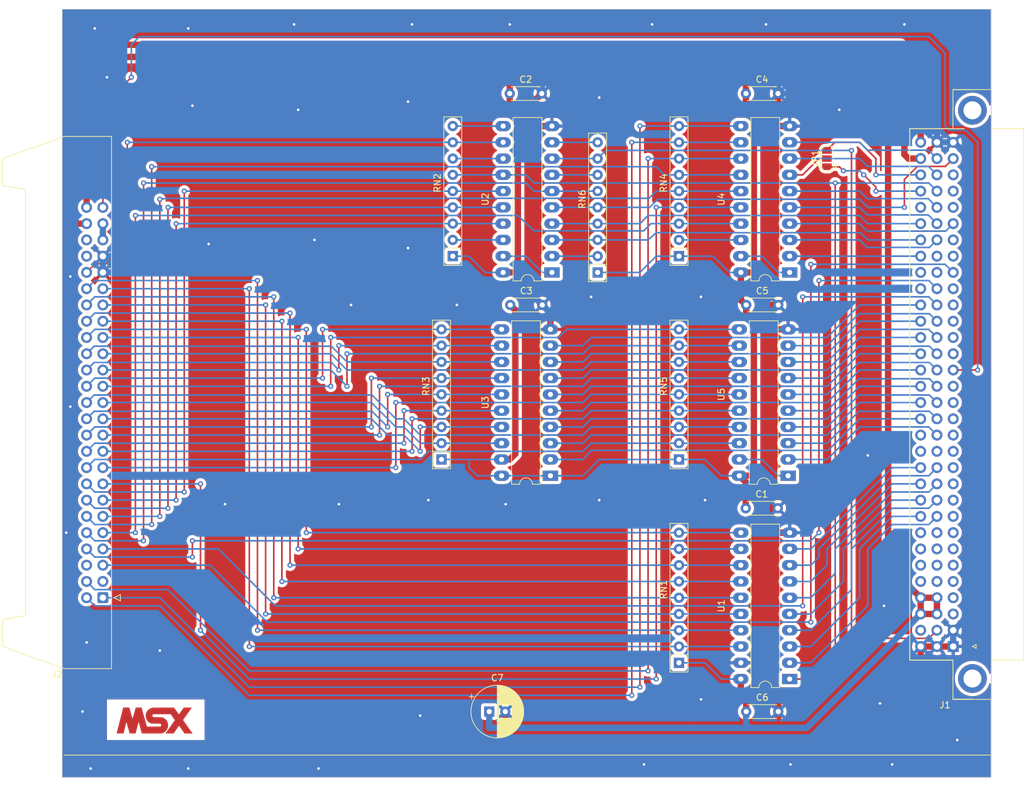
<source format=kicad_pcb>
(kicad_pcb (version 20221018) (generator pcbnew)
  (layers (0 "F.Cu" signal) (31 "B.Cu" signal) (34 "B.Paste" user) (35 "F.Paste" user) (36 "B.SilkS" user "B.Silkscreen") (37 "F.SilkS" user "F.Silkscreen") (38 "B.Mask" user) (39 "F.Mask" user) (44 "Edge.Cuts" user))
  (net 0 "")
  (net 1 "A2")
  (net 2 "C14")
  (net 3 "C16")
  (net 4 "B17")
  (net 5 "B16")
  (net 6 "C15")
  (net 7 "C17")
  (net 8 "C12")
  (net 9 "B13")
  (net 10 "C13")
  (net 11 "B14")
  (net 12 "B15")
  (net 13 "C6")
  (net 14 "B19")
  (net 15 "A5")
  (net 16 "C3")
  (net 17 "C21")
  (net 18 "B21")
  (net 19 "C22")
  (net 20 "B22")
  (net 21 "C23")
  (net 22 "B23")
  (net 23 "C11")
  (net 24 "C24")
  (net 25 "B12")
  (net 26 "B24")
  (net 27 "C18")
  (net 28 "B4")
  (net 29 "B7")
  (net 30 "B6")
  (net 31 "C7")
  (net 32 "B18")
  (net 33 "B8")
  (net 34 "A1")
  (net 35 "B29")
  (net 36 "A6")
  (net 37 "B31")
  (net 38 "C31")
  (net 39 "cA29")
  (net 40 "cA30")
  (net 41 "B28")
  (net 42 "C28")
  (net 43 "B27")
  (net 44 "C27")
  (net 45 "B26")
  (net 46 "C26")
  (net 47 "B25")
  (net 48 "C25")
  (net 49 "B20")
  (net 50 "C20")
  (net 51 "C19")
  (net 52 "A15")
  (net 53 "A14")
  (net 54 "A13")
  (net 55 "A12")
  (net 56 "A11")
  (net 57 "B11")
  (net 58 "A10")
  (net 59 "B10")
  (net 60 "C10")
  (net 61 "A9")
  (net 62 "B9")
  (net 63 "C9")
  (net 64 "A8")
  (net 65 "C8")
  (net 66 "A7")
  (net 67 "B5")
  (net 68 "C5")
  (net 69 "A4")
  (net 70 "C4")
  (net 71 "A3")
  (net 72 "B3")
  (net 73 "B2")
  (net 74 "GND")
  (net 75 "~{CS1}")
  (net 76 "~{CS2}")
  (net 77 "~{SLTSL}")
  (net 78 "~{RFSH}")
  (net 79 "~{M1}")
  (net 80 "~{BUSDIR}")
  (net 81 "~{IORQ}")
  (net 82 "~{MERQ}")
  (net 83 "~{WR}")
  (net 84 "~{RD}")
  (net 85 "~{RESET}")
  (net 86 "A0")
  (net 87 "D1")
  (net 88 "D0")
  (net 89 "D3")
  (net 90 "D2")
  (net 91 "D5")
  (net 92 "D4")
  (net 93 "D7")
  (net 94 "D6")
  (net 95 "CLOCK")
  (net 96 "SW1")
  (net 97 "+5v")
  (net 98 "SW2")
  (net 99 "+12v")
  (net 100 "SOUNDIN")
  (net 101 "-12v")
  (net 102 "cA2")
  (net 103 "cA3")
  (net 104 "cA4")
  (net 105 "cA5")
  (net 106 "cA6")
  (net 107 "cA7")
  (net 108 "cA8")
  (net 109 "cA9")
  (net 110 "cA10")
  (net 111 "cA11")
  (net 112 "cA12")
  (net 113 "cA13")
  (net 114 "cA14")
  (net 115 "cA16")
  (net 116 "cA17")
  (net 117 "~{CS12}")
  (net 118 "~{JVCREQ}")
  (net 119 "Net-(RN2-R1)")
  (net 120 "Net-(RN2-R6)")
  (net 121 "Net-(RN2-R8)")
  (net 122 "Net-(RN4-R1)")
  (net 123 "cA18")
  (net 124 "cA19")
  (net 125 "Net-(RN6-R1)")
  (net 126 "Net-(RN6-R6)")
  (net 127 "Net-(RN6-R8)")
  (net 128 "cA20")
  (net 129 "cA21")
  (net 130 "Net-(U2-G1)")
  (net 131 "cA22")
  (net 132 "cA23")
  (net 133 "Net-(U4-G1)")
  (net 134 "cA24")
  (net 135 "Net-(U5-G1)")
  (net 136 "cA25")
  (net 137 "cA26")
  (net 138 "cA27")
  (net 139 "cA28")
  (net 140 "Net-(JP1-C)")
  (footprint "Connector_DIN:Conn_DIN41612_B096F" (layer "F.Cu") (at 186.055 129.54 180)
    (fp_text reference "J1")
    (fp_text value "DIN41612_03x32_ABC" hide)
  )
  (footprint "Capacitor_THT:CP_Radial_D8.0mm_P2.50mm" (layer "F.Cu") (at 113.65 139.7)
    (fp_text reference "C7")
    (fp_text value "C_Polarized")
  )
  (footprint "Package_DIP:DIP-20_W7.62mm_LongPads" (layer "F.Cu") (at 123.19 102.87 180)
    (fp_text reference "U3")
    (fp_text value "74LS541")
  )
  (footprint "Resistor_THT:R_Array_SIP9" (layer "F.Cu") (at 143.256 100.33 90)
    (fp_text reference "RN5")
    (fp_text value "R_Network08")
  )
  (footprint "Package_DIP:DIP-20_W7.62mm_LongPads" (layer "F.Cu") (at 160.528 134.62 180)
    (fp_text reference "U1")
    (fp_text value "74LS245" hide)
  )
  (footprint "Resistor_THT:R_Array_SIP9" (layer "F.Cu") (at 143.256 68.58 90)
    (fp_text reference "RN4")
    (fp_text value "R_Network08")
  )
  (footprint "Package_DIP:DIP-20_W7.62mm_LongPads" (layer "F.Cu") (at 123.429 71.12 180)
    (fp_text reference "U2")
    (fp_text value "74LS541")
  )
  (footprint "Resistor_THT:R_Array_SIP9" (layer "F.Cu") (at 143.256 132.08 90)
    (fp_text reference "RN1")
    (fp_text value "R_Network08")
  )
  (footprint "Capacitor_THT:C_Disc_D4.3mm_W1.9mm_P5.00mm" (layer "F.Cu") (at 153.71 43.18)
    (fp_text reference "C4")
    (fp_text value "C" hide)
  )
  (footprint "Capacitor_THT:C_Disc_D4.3mm_W1.9mm_P5.00mm" (layer "F.Cu") (at 116.84 43.18)
    (fp_text reference "C2")
    (fp_text value "C" hide)
  )
  (footprint "Connector_IDC:IDC-Header_2x25_P2.54mm_Latch_Horizontal" (layer "F.Cu") (at 53.34 121.92 180)
    (fp_text reference "J2")
    (fp_text value "Conn_02x25_Odd_Even")
  )
  (footprint "Capacitor_THT:C_Disc_D4.3mm_W1.9mm_P5.00mm" (layer "F.Cu") (at 153.67 107.95)
    (fp_text reference "C1")
    (fp_text value "C" hide)
  )
  (footprint "Package_DIP:DIP-20_W7.62mm_LongPads" (layer "F.Cu") (at 160.289 102.87 180)
    (fp_text reference "U5")
    (fp_text value "74LS541")
  )
  (footprint "Jumper:SolderJumper-3_P1.3mm_Open_RoundedPad1.0x1.5mm" (layer "F.Cu") (at 166.34 53.34 90)
    (fp_text reference "JP1")
    (fp_text value "SolderJumper_3_Open" hide)
  )
  (footprint "Capacitor_THT:C_Disc_D4.3mm_W1.9mm_P5.00mm" (layer "F.Cu") (at 153.75 76.2)
    (fp_text reference "C5")
    (fp_text value "C" hide)
  )
  (footprint "Capacitor_THT:C_Disc_D4.3mm_W1.9mm_P5.00mm" (layer "F.Cu") (at 153.75 139.7)
    (fp_text reference "C6")
    (fp_text value "C")
  )
  (footprint "Capacitor_THT:C_Disc_D4.3mm_W1.9mm_P5.00mm" (layer "F.Cu") (at 116.92 76.2)
    (fp_text reference "C3")
    (fp_text value "C" hide)
  )
  (footprint "Resistor_THT:R_Array_SIP9" (layer "F.Cu") (at 130.556 71.12 90)
    (fp_text reference "RN6")
    (fp_text value "R_Network08")
  )
  (footprint "Resistor_THT:R_Array_SIP9" (layer "F.Cu") (at 106.189 100.33 90)
    (fp_text reference "RN3")
    (fp_text value "R_Network08")
  )
  (footprint "Package_DIP:DIP-20_W7.62mm_LongPads" (layer "F.Cu") (at 160.528 71.12 180)
    (fp_text reference "U4")
    (fp_text value "74LS541")
  )
  (footprint "Resistor_THT:R_Array_SIP9" (layer "F.Cu") (at 107.95 68.58 90)
    (fp_text reference "RN2")
    (fp_text value "R_Network08")
  )
  (gr_poly (pts (xy 57.964937 140.832988) (xy 58.479431 139.065) (xy 59.377456 139.065) (xy 60.219355 142.049065) (xy 62.273456 142.04519) (xy 62.293076 142.04372) (xy 62.3115 142.039812) (xy 62.328718 142.03363) (xy 62.344719 142.025337) (xy 62.359494 142.015095) (xy 62.373032 142.003067) (xy 62.385322 141.989416) (xy 62.396356 141.974306) (xy 62.406122 141.957898) (xy 62.41461 141.940357) (xy 62.42181 141.921845) (xy 62.427713 141.902524) (xy 62.432307 141.882558) (xy 62.435583 141.86211) (xy 62.43753 141.841343) (xy 62.438139 141.820419) (xy 62.437398 141.799502) (xy 62.435299 141.778754) (xy 62.43183 141.758338) (xy 62.426981 141.738418) (xy 62.420743 141.719156) (xy 62.413105 141.700715) (xy 62.404057 141.683258) (xy 62.393588 141.666948) (xy 62.381689 141.651948) (xy 62.368349 141.638421) (xy 62.353559 141.62653) (xy 62.337307 141.616437) (xy 62.319584 141.608306) (xy 62.30038 141.602299) (xy 62.279684 141.59858) (xy 62.257487 141.597312) (xy 61.061254 141.581343) (xy 61.013032 141.580177) (xy 60.964755 141.575795) (xy 60.916533 141.568266) (xy 60.868474 141.557658) (xy 60.820687 141.54404) (xy 60.773282 141.527482) (xy 60.726368 141.508051) (xy 60.680054 141.485817) (xy 60.634449 141.460849) (xy 60.589662 141.433216) (xy 60.545803 141.402987) (xy 60.50298 141.37023) (xy 60.461303 141.335014) (xy 60.42088 141.297409) (xy 60.381822 141.257483) (xy 60.344236 141.215305) (xy 60.308233 141.170944) (xy 60.273921 141.124469) (xy 60.24141 141.075949) (xy 60.210808 141.025453) (xy 60.182225 140.97305) (xy 60.15577 140.918808) (xy 60.131553 140.862796) (xy 60.109681 140.805084) (xy 60.090264 140.74574) (xy 60.073412 140.684833) (xy 60.059234 140.622432) (xy 60.047838 140.558606) (xy 60.039335 140.493424) (xy 60.033832 140.426955) (xy 60.03144 140.359268) (xy 60.032266 140.290431) (xy 60.034486 140.227219) (xy 60.040065 140.164924) (xy 60.048926 140.103617) (xy 60.060992 140.04337) (xy 60.076186 139.984254) (xy 60.094432 139.926342) (xy 60.115651 139.869704) (xy 60.139767 139.814411) (xy 60.166703 139.760537) (xy 60.196381 139.708151) (xy 60.228725 139.657325) (xy 60.263656 139.608132) (xy 60.301099 139.560642) (xy 60.340976 139.514926) (xy 60.38321 139.471058) (xy 60.427723 139.429107) (xy 60.47444 139.389146) (xy 60.523281 139.351246) (xy 60.574171 139.315478) (xy 60.627033 139.281915) (xy 60.681788 139.250627) (xy 60.738361 139.221686) (xy 60.796673 139.195163) (xy 60.856648 139.171131) (xy 60.918209 139.14966) (xy 60.981278 139.130822) (xy 61.045779 139.114689) (xy 61.111634 139.101332) (xy 61.178766 139.090822) (xy 61.247098 139.083232) (xy 61.316553 139.078632) (xy 61.387054 139.077094) (xy 64.438205 139.074355) (xy 65.214623 140.131405) (xy 65.972332 139.065) (xy 67.23518 139.074355) (xy 65.850724 141.020076) (xy 67.347433 143.129834) (xy 66.091199 143.125959) (xy 65.220103 141.915362) (xy 64.391433 143.125959) (xy 63.109875 143.124824) (xy 64.569167 141.038785) (xy 63.933066 140.112697) (xy 61.280752 140.116571) (xy 61.254493 140.118118) (xy 61.229987 140.12215) (xy 61.207229 140.128499) (xy 61.186212 140.136997) (xy 61.166932 140.147476) (xy 61.149384 140.159769) (xy 61.133561 140.173708) (xy 61.119458 140.189124) (xy 61.10707 140.20585) (xy 61.096392 140.223718) (xy 61.087418 140.24256) (xy 61.080143 140.262209) (xy 61.074561 140.282497) (xy 61.070667 140.303255) (xy 61.068455 140.324316) (xy 61.06792 140.345512) (xy 61.069057 140.366675) (xy 61.07186 140.387638) (xy 61.076324 140.408232) (xy 61.082443 140.428289) (xy 61.090212 140.447643) (xy 61.099626 140.466124) (xy 61.110679 140.483566) (xy 61.123366 140.4998) (xy 61.137681 140.514659) (xy 61.153618 140.527974) (xy 61.171174 140.539578) (xy 61.190341 140.549302) (xy 61.211115 140.55698) (xy 61.23349 140.562444) (xy 61.257461 140.565524) (xy 61.283022 140.566054) (xy 62.400544 140.583158) (xy 62.445361 140.584867) (xy 62.491148 140.589396) (xy 62.537744 140.596704) (xy 62.584991 140.606753) (xy 62.632726 140.619505) (xy 62.680792 140.634921) (xy 62.729026 140.652961) (xy 62.777269 140.673587) (xy 62.825362 140.69676) (xy 62.873143 140.72244) (xy 62.920453 140.75059) (xy 62.967131 140.78117) (xy 63.013018 140.814142) (xy 63.057953 140.849466) (xy 63.101776 140.887104) (xy 63.144327 140.927016) (xy 63.185446 140.969165) (xy 63.224972 141.01351) (xy 63.262746 141.060014) (xy 63.298608 141.108637) (xy 63.332396 141.15934) (xy 63.363952 141.212085) (xy 63.393115 141.266833) (xy 63.419725 141.323544) (xy 63.443621 141.38218) (xy 63.464644 141.442703) (xy 63.482633 141.505072) (xy 63.497429 141.56925) (xy 63.508871 141.635197) (xy 63.516798 141.702875) (xy 63.521052 141.772244) (xy 63.521471 141.843267) (xy 63.519814 141.925365) (xy 63.513638 142.004639) (xy 63.503167 142.081097) (xy 63.488625 142.154751) (xy 63.470238 142.22561) (xy 63.44823 142.293685) (xy 63.422824 142.358985) (xy 63.394246 142.42152) (xy 63.362719 142.481302) (xy 63.328469 142.538339) (xy 63.291719 142.592642) (xy 63.252695 142.644222) (xy 63.21162 142.693087) (xy 63.168719 142.739249) (xy 63.124216 142.782717) (xy 63.078336 142.823501) (xy 63.031303 142.861613) (xy 62.983342 142.897061) (xy 62.885532 142.960007) (xy 62.786701 143.012421) (xy 62.688645 143.054385) (xy 62.593158 143.085978) (xy 62.502038 143.107281) (xy 62.417077 143.118377) (xy 62.340073 143.119344) (xy 59.414874 143.123219) (xy 58.928443 141.300709) (xy 58.442013 143.119344) (xy 57.518664 143.119344) (xy 57.010785 141.310064) (xy 56.564512 143.122084) (xy 55.486012 143.11547) (xy 56.515 139.065) (xy 57.469152 139.065)) (fill solid) (layer "F.Cu"))
  (gr_line (start 191.8315 146.5) (end 47.242 146.5) (stroke (width 0.12)) (layer "F.SilkS"))
  (gr_line (start 46.98 150) (end 191.98 150) (stroke (width 0.1)) (layer "Edge.Cuts"))
  (gr_line (start 46.98 30) (end 46.98 150) (stroke (width 0.1)) (layer "Edge.Cuts"))
  (gr_line (start 191.98 30) (end 46.98 30) (stroke (width 0.1)) (layer "Edge.Cuts"))
  (gr_line (start 191.98 150) (end 191.98 30) (stroke (width 0.1)) (layer "Edge.Cuts"))
  (gr_text "Victor HC-9x to Cartridge\nDaniel Padilla 2023" (at 70.485 143.51) (layer "F.Cu") (effects (font (size 1.5 1.5) (thickness 0.3) bold) (justify left bottom)))
  (segment (start 90.17 86.36) (end 90.17 82.55) (width 0.25) (layer "F.Cu") (net 1))
  (via (at 90.17 82.55) (size 0.8) (drill 0.4) (layers "F.Cu" "B.Cu") (net 1))
  (via (at 90.17 86.36) (size 0.8) (drill 0.4) (layers "F.Cu" "B.Cu") (net 1))
  (segment (start 88.995 85.185) (end 90.17 86.36) (width 0.25) (layer "B.Cu") (net 1))
  (segment (start 106.189 82.55) (end 90.17 82.55) (width 0.25) (layer "B.Cu") (net 1))
  (segment (start 50.8 86.36) (end 51.975 85.185) (width 0.25) (layer "B.Cu") (net 1))
  (segment (start 115.57 82.55) (end 106.189 82.55) (width 0.25) (layer "B.Cu") (net 1))
  (segment (start 51.975 85.185) (end 88.995 85.185) (width 0.25) (layer "B.Cu") (net 1))
  (segment (start 171.45 83.82) (end 166.37 88.9) (width 0.25) (layer "B.Cu") (net 2))
  (segment (start 166.37 88.9) (end 129.54 88.9) (width 0.25) (layer "B.Cu") (net 2))
  (segment (start 128.27 90.17) (end 123.19 90.17) (width 0.25) (layer "B.Cu") (net 2))
  (segment (start 129.54 88.9) (end 128.27 90.17) (width 0.25) (layer "B.Cu") (net 2))
  (segment (start 180.975 83.82) (end 171.45 83.82) (width 0.25) (layer "B.Cu") (net 2))
  (segment (start 128.27 95.25) (end 123.19 95.25) (width 0.25) (layer "B.Cu") (net 3))
  (segment (start 171.45 88.9) (end 166.37 93.98) (width 0.25) (layer "B.Cu") (net 3))
  (segment (start 180.975 88.9) (end 171.45 88.9) (width 0.25) (layer "B.Cu") (net 3))
  (segment (start 129.54 93.98) (end 128.27 95.25) (width 0.25) (layer "B.Cu") (net 3))
  (segment (start 166.37 93.98) (end 129.54 93.98) (width 0.25) (layer "B.Cu") (net 3))
  (segment (start 183.515 91.44) (end 182.34 90.265) (width 0.25) (layer "B.Cu") (net 4))
  (segment (start 171.355 90.265) (end 166.37 95.25) (width 0.25) (layer "B.Cu") (net 4))
  (segment (start 166.37 95.25) (end 160.289 95.25) (width 0.25) (layer "B.Cu") (net 4))
  (segment (start 182.34 90.265) (end 171.355 90.265) (width 0.25) (layer "B.Cu") (net 4))
  (segment (start 171.355 87.725) (end 166.37 92.71) (width 0.25) (layer "B.Cu") (net 5))
  (segment (start 183.515 88.9) (end 182.34 87.725) (width 0.25) (layer "B.Cu") (net 5))
  (segment (start 182.34 87.725) (end 171.355 87.725) (width 0.25) (layer "B.Cu") (net 5))
  (segment (start 166.37 92.71) (end 160.289 92.71) (width 0.25) (layer "B.Cu") (net 5))
  (segment (start 129.54 91.44) (end 128.27 92.71) (width 0.25) (layer "B.Cu") (net 6))
  (segment (start 171.45 86.36) (end 166.37 91.44) (width 0.25) (layer "B.Cu") (net 6))
  (segment (start 128.27 92.71) (end 123.19 92.71) (width 0.25) (layer "B.Cu") (net 6))
  (segment (start 180.975 86.36) (end 171.45 86.36) (width 0.25) (layer "B.Cu") (net 6))
  (segment (start 166.37 91.44) (end 129.54 91.44) (width 0.25) (layer "B.Cu") (net 6))
  (segment (start 166.37 96.52) (end 129.54 96.52) (width 0.25) (layer "B.Cu") (net 7))
  (segment (start 128.27 97.79) (end 123.19 97.79) (width 0.25) (layer "B.Cu") (net 7))
  (segment (start 129.54 96.52) (end 128.27 97.79) (width 0.25) (layer "B.Cu") (net 7))
  (segment (start 180.975 91.44) (end 171.45 91.44) (width 0.25) (layer "B.Cu") (net 7))
  (segment (start 171.45 91.44) (end 166.37 96.52) (width 0.25) (layer "B.Cu") (net 7))
  (segment (start 128.27 85.09) (end 123.19 85.09) (width 0.25) (layer "B.Cu") (net 8))
  (segment (start 166.37 83.82) (end 129.54 83.82) (width 0.25) (layer "B.Cu") (net 8))
  (segment (start 171.45 78.74) (end 166.37 83.82) (width 0.25) (layer "B.Cu") (net 8))
  (segment (start 180.975 78.74) (end 171.45 78.74) (width 0.25) (layer "B.Cu") (net 8))
  (segment (start 129.54 83.82) (end 128.27 85.09) (width 0.25) (layer "B.Cu") (net 8))
  (segment (start 171.45 80.01) (end 166.37 85.09) (width 0.25) (layer "B.Cu") (net 9))
  (segment (start 166.37 85.09) (end 160.289 85.09) (width 0.25) (layer "B.Cu") (net 9))
  (segment (start 182.245 80.01) (end 171.45 80.01) (width 0.25) (layer "B.Cu") (net 9))
  (segment (start 183.515 81.28) (end 182.245 80.01) (width 0.25) (layer "B.Cu") (net 9))
  (segment (start 129.54 86.36) (end 128.27 87.63) (width 0.25) (layer "B.Cu") (net 10))
  (segment (start 166.37 86.36) (end 129.54 86.36) (width 0.25) (layer "B.Cu") (net 10))
  (segment (start 180.975 81.28) (end 171.45 81.28) (width 0.25) (layer "B.Cu") (net 10))
  (segment (start 128.27 87.63) (end 123.19 87.63) (width 0.25) (layer "B.Cu") (net 10))
  (segment (start 171.45 81.28) (end 166.37 86.36) (width 0.25) (layer "B.Cu") (net 10))
  (segment (start 183.515 83.82) (end 182.34 82.645) (width 0.25) (layer "B.Cu") (net 11))
  (segment (start 166.37 87.63) (end 160.289 87.63) (width 0.25) (layer "B.Cu") (net 11))
  (segment (start 182.34 82.645) (end 171.355 82.645) (width 0.25) (layer "B.Cu") (net 11))
  (segment (start 171.355 82.645) (end 166.37 87.63) (width 0.25) (layer "B.Cu") (net 11))
  (segment (start 183.515 86.36) (end 182.34 85.185) (width 0.25) (layer "B.Cu") (net 12))
  (segment (start 171.355 85.185) (end 166.37 90.17) (width 0.25) (layer "B.Cu") (net 12))
  (segment (start 166.37 90.17) (end 160.289 90.17) (width 0.25) (layer "B.Cu") (net 12))
  (segment (start 182.34 85.185) (end 171.355 85.185) (width 0.25) (layer "B.Cu") (net 12))
  (segment (start 137.16 63.5) (end 130.556 63.5) (width 0.25) (layer "B.Cu") (net 13))
  (segment (start 180.975 63.5) (end 172.776667 63.5) (width 0.25) (layer "B.Cu") (net 13))
  (segment (start 171.45 62.23) (end 138.43 62.23) (width 0.25) (layer "B.Cu") (net 13))
  (segment (start 130.556 63.5) (end 123.429 63.5) (width 0.25) (layer "B.Cu") (net 13))
  (segment (start 138.43 62.23) (end 137.16 63.5) (width 0.25) (layer "B.Cu") (net 13))
  (segment (start 172.776667 63.5) (end 172.72 63.5) (width 0.25) (layer "B.Cu") (net 13))
  (segment (start 172.72 63.5) (end 171.45 62.23) (width 0.25) (layer "B.Cu") (net 13))
  (segment (start 171.45 95.25) (end 166.37 100.33) (width 0.25) (layer "B.Cu") (net 14))
  (segment (start 182.245 95.25) (end 171.45 95.25) (width 0.25) (layer "B.Cu") (net 14))
  (segment (start 166.37 100.33) (end 160.289 100.33) (width 0.25) (layer "B.Cu") (net 14))
  (segment (start 183.515 96.52) (end 182.245 95.25) (width 0.25) (layer "B.Cu") (net 14))
  (segment (start 152.669 85.09) (end 143.017 85.09) (width 0.25) (layer "B.Cu") (net 15))
  (segment (start 143.017 85.09) (end 129.54 85.09) (width 0.25) (layer "B.Cu") (net 15))
  (segment (start 88.9 83.82) (end 91.44 86.36) (width 0.25) (layer "B.Cu") (net 15))
  (segment (start 116.84 86.36) (end 93.98 86.36) (width 0.25) (layer "B.Cu") (net 15))
  (segment (start 128.27 86.36) (end 116.84 86.36) (width 0.25) (layer "B.Cu") (net 15))
  (segment (start 129.54 85.09) (end 128.27 86.36) (width 0.25) (layer "B.Cu") (net 15))
  (segment (start 91.44 86.36) (end 93.98 86.36) (width 0.25) (layer "B.Cu") (net 15))
  (segment (start 53.34 83.82) (end 88.9 83.82) (width 0.25) (layer "B.Cu") (net 15))
  (segment (start 166.34 52.04) (end 167.58 50.8) (width 0.25) (layer "F.Cu") (net 16))
  (segment (start 167.58 50.8) (end 171.45 50.8) (width 0.25) (layer "F.Cu") (net 16))
  (segment (start 173.99 53.34) (end 173.99 55.88) (width 0.25) (layer "F.Cu") (net 16))
  (segment (start 171.45 50.8) (end 173.99 53.34) (width 0.25) (layer "F.Cu") (net 16))
  (via (at 173.99 55.88) (size 0.8) (drill 0.4) (layers "F.Cu" "B.Cu") (net 16))
  (segment (start 173.99 55.88) (end 180.975 55.88) (width 0.25) (layer "B.Cu") (net 16))
  (segment (start 163.83 114.3) (end 160.528 114.3) (width 0.25) (layer "B.Cu") (net 17))
  (segment (start 180.975 101.6) (end 176.53 101.6) (width 0.25) (layer "B.Cu") (net 17))
  (segment (start 176.53 101.6) (end 163.83 114.3) (width 0.25) (layer "B.Cu") (net 17))
  (segment (start 165.1 114.3) (end 165.1 115.57) (width 0.25) (layer "B.Cu") (net 18))
  (segment (start 165.1 115.57) (end 163.83 116.84) (width 0.25) (layer "B.Cu") (net 18))
  (segment (start 182.245 102.87) (end 176.53 102.87) (width 0.25) (layer "B.Cu") (net 18))
  (segment (start 176.53 102.87) (end 165.1 114.3) (width 0.25) (layer "B.Cu") (net 18))
  (segment (start 183.515 101.6) (end 182.245 102.87) (width 0.25) (layer "B.Cu") (net 18))
  (segment (start 163.83 116.84) (end 160.528 116.84) (width 0.25) (layer "B.Cu") (net 18))
  (segment (start 163.83 119.38) (end 160.528 119.38) (width 0.25) (layer "B.Cu") (net 19))
  (segment (start 176.53 104.14) (end 166.37 114.3) (width 0.25) (layer "B.Cu") (net 19))
  (segment (start 180.975 104.14) (end 176.53 104.14) (width 0.25) (layer "B.Cu") (net 19))
  (segment (start 166.37 114.3) (end 166.37 116.84) (width 0.25) (layer "B.Cu") (net 19))
  (segment (start 166.37 116.84) (end 163.83 119.38) (width 0.25) (layer "B.Cu") (net 19))
  (segment (start 176.53 105.41) (end 167.64 114.3) (width 0.25) (layer "B.Cu") (net 20))
  (segment (start 167.64 114.3) (end 167.64 118.11) (width 0.25) (layer "B.Cu") (net 20))
  (segment (start 160.528 121.92) (end 163.83 121.92) (width 0.25) (layer "B.Cu") (net 20))
  (segment (start 183.515 104.14) (end 182.245 105.41) (width 0.25) (layer "B.Cu") (net 20))
  (segment (start 167.64 118.11) (end 163.83 121.92) (width 0.25) (layer "B.Cu") (net 20))
  (segment (start 182.245 105.41) (end 176.53 105.41) (width 0.25) (layer "B.Cu") (net 20))
  (segment (start 176.53 106.68) (end 168.91 114.3) (width 0.25) (layer "B.Cu") (net 21))
  (segment (start 160.528 124.46) (end 163.83 124.46) (width 0.25) (layer "B.Cu") (net 21))
  (segment (start 168.91 114.3) (end 168.91 118.11) (width 0.25) (layer "B.Cu") (net 21))
  (segment (start 168.91 118.11) (end 168.91 119.38) (width 0.25) (layer "B.Cu") (net 21))
  (segment (start 180.975 106.68) (end 176.53 106.68) (width 0.25) (layer "B.Cu") (net 21))
  (segment (start 168.91 119.38) (end 163.83 124.46) (width 0.25) (layer "B.Cu") (net 21))
  (segment (start 170.18 114.3) (end 170.18 120.65) (width 0.25) (layer "B.Cu") (net 22))
  (segment (start 160.528 127) (end 163.83 127) (width 0.25) (layer "B.Cu") (net 22))
  (segment (start 176.53 107.95) (end 170.18 114.3) (width 0.25) (layer "B.Cu") (net 22))
  (segment (start 182.245 107.95) (end 176.53 107.95) (width 0.25) (layer "B.Cu") (net 22))
  (segment (start 170.18 120.65) (end 163.83 127) (width 0.25) (layer "B.Cu") (net 22))
  (segment (start 183.515 106.68) (end 182.245 107.95) (width 0.25) (layer "B.Cu") (net 22))
  (segment (start 166.37 81.28) (end 129.54 81.28) (width 0.25) (layer "B.Cu") (net 23))
  (segment (start 128.27 82.55) (end 123.19 82.55) (width 0.25) (layer "B.Cu") (net 23))
  (segment (start 129.54 81.28) (end 128.27 82.55) (width 0.25) (layer "B.Cu") (net 23))
  (segment (start 180.975 76.2) (end 171.45 76.2) (width 0.25) (layer "B.Cu") (net 23))
  (segment (start 171.45 76.2) (end 166.37 81.28) (width 0.25) (layer "B.Cu") (net 23))
  (segment (start 180.975 109.22) (end 176.53 109.22) (width 0.25) (layer "B.Cu") (net 24))
  (segment (start 176.53 109.22) (end 171.45 114.3) (width 0.25) (layer "B.Cu") (net 24))
  (segment (start 160.528 129.54) (end 163.83 129.54) (width 0.25) (layer "B.Cu") (net 24))
  (segment (start 171.45 114.3) (end 171.45 121.92) (width 0.25) (layer "B.Cu") (net 24))
  (segment (start 171.45 121.92) (end 163.83 129.54) (width 0.25) (layer "B.Cu") (net 24))
  (segment (start 166.37 82.55) (end 160.289 82.55) (width 0.25) (layer "B.Cu") (net 25))
  (segment (start 182.34 77.565) (end 171.355 77.565) (width 0.25) (layer "B.Cu") (net 25))
  (segment (start 183.515 78.74) (end 182.34 77.565) (width 0.25) (layer "B.Cu") (net 25))
  (segment (start 171.355 77.565) (end 166.37 82.55) (width 0.25) (layer "B.Cu") (net 25))
  (segment (start 172.72 123.19) (end 163.83 132.08) (width 0.25) (layer "B.Cu") (net 26))
  (segment (start 176.53 110.49) (end 172.72 114.3) (width 0.25) (layer "B.Cu") (net 26))
  (segment (start 183.515 109.22) (end 182.245 110.49) (width 0.25) (layer "B.Cu") (net 26))
  (segment (start 182.245 110.49) (end 176.53 110.49) (width 0.25) (layer "B.Cu") (net 26))
  (segment (start 160.528 132.08) (end 163.83 132.08) (width 0.25) (layer "B.Cu") (net 26))
  (segment (start 172.72 114.3) (end 172.72 123.19) (width 0.25) (layer "B.Cu") (net 26))
  (segment (start 180.975 93.98) (end 171.45 93.98) (width 0.25) (layer "B.Cu") (net 27))
  (segment (start 166.515 98.915) (end 129.54 98.915) (width 0.25) (layer "B.Cu") (net 27))
  (segment (start 171.45 93.98) (end 166.515 98.915) (width 0.25) (layer "B.Cu") (net 27))
  (segment (start 129.54 98.915) (end 128.27 100.33) (width 0.25) (layer "B.Cu") (net 27))
  (segment (start 128.27 100.33) (end 123.19 100.33) (width 0.25) (layer "B.Cu") (net 27))
  (segment (start 167.64 133.35) (end 166.37 134.62) (width 0.25) (layer "F.Cu") (net 28))
  (segment (start 166.37 134.62) (end 160.528 134.62) (width 0.25) (layer "F.Cu") (net 28))
  (segment (start 167.64 57.15) (end 167.64 133.35) (width 0.25) (layer "F.Cu") (net 28))
  (via (at 167.64 57.15) (size 0.8) (drill 0.4) (layers "F.Cu" "B.Cu") (net 28))
  (segment (start 119.38 55.88) (end 115.809 55.88) (width 0.25) (layer "B.Cu") (net 28))
  (segment (start 182.245 57.15) (end 167.64 57.15) (width 0.25) (layer "B.Cu") (net 28))
  (segment (start 120.65 57.15) (end 119.38 55.88) (width 0.25) (layer "B.Cu") (net 28))
  (segment (start 167.64 57.15) (end 120.65 57.15) (width 0.25) (layer "B.Cu") (net 28))
  (segment (start 115.809 55.88) (end 107.95 55.88) (width 0.25) (layer "B.Cu") (net 28))
  (segment (start 183.515 58.42) (end 182.245 57.15) (width 0.25) (layer "B.Cu") (net 28))
  (segment (start 171.45 66.04) (end 160.528 66.04) (width 0.25) (layer "B.Cu") (net 29))
  (segment (start 172.625 67.215) (end 171.45 66.04) (width 0.25) (layer "B.Cu") (net 29))
  (segment (start 182.34 67.215) (end 172.625 67.215) (width 0.25) (layer "B.Cu") (net 29))
  (segment (start 183.515 66.04) (end 182.34 67.215) (width 0.25) (layer "B.Cu") (net 29))
  (segment (start 182.15 62.135) (end 172.625 62.135) (width 0.25) (layer "B.Cu") (net 30))
  (segment (start 171.45 60.96) (end 160.528 60.96) (width 0.25) (layer "B.Cu") (net 30))
  (segment (start 183.515 63.5) (end 182.15 62.135) (width 0.25) (layer "B.Cu") (net 30))
  (segment (start 172.625 62.135) (end 171.45 60.96) (width 0.25) (layer "B.Cu") (net 30))
  (segment (start 171.595 64.915) (end 139.7 64.915) (width 0.25) (layer "B.Cu") (net 31))
  (segment (start 130.556 66.04) (end 123.429 66.04) (width 0.25) (layer "B.Cu") (net 31))
  (segment (start 139.7 64.915) (end 138.43 66.04) (width 0.25) (layer "B.Cu") (net 31))
  (segment (start 138.43 66.04) (end 130.556 66.04) (width 0.25) (layer "B.Cu") (net 31))
  (segment (start 180.975 66.04) (end 172.72 66.04) (width 0.25) (layer "B.Cu") (net 31))
  (segment (start 172.72 66.04) (end 171.595 64.915) (width 0.25) (layer "B.Cu") (net 31))
  (segment (start 183.515 93.98) (end 182.34 92.805) (width 0.25) (layer "B.Cu") (net 32))
  (segment (start 171.355 92.805) (end 166.37 97.79) (width 0.25) (layer "B.Cu") (net 32))
  (segment (start 166.37 97.79) (end 160.289 97.79) (width 0.25) (layer "B.Cu") (net 32))
  (segment (start 182.34 92.805) (end 171.355 92.805) (width 0.25) (layer "B.Cu") (net 32))
  (segment (start 88.9 88.9) (end 88.9 81.28) (width 0.25) (layer "F.Cu") (net 34))
  (via (at 88.9 88.9) (size 0.8) (drill 0.4) (layers "F.Cu" "B.Cu") (net 34))
  (via (at 88.9 81.28) (size 0.8) (drill 0.4) (layers "F.Cu" "B.Cu") (net 34))
  (segment (start 125.73 80.01) (end 124.46 81.28) (width 0.25) (layer "B.Cu") (net 34))
  (segment (start 143.017 80.01) (end 125.73 80.01) (width 0.25) (layer "B.Cu") (net 34))
  (segment (start 53.34 88.9) (end 88.9 88.9) (width 0.25) (layer "B.Cu") (net 34))
  (segment (start 152.669 80.01) (end 143.017 80.01) (width 0.25) (layer "B.Cu") (net 34))
  (segment (start 124.46 81.28) (end 88.9 81.28) (width 0.25) (layer "B.Cu") (net 34))
  (segment (start 153.75 138.51) (end 153.67 137.16) (width 1) (layer "F.Cu") (net 35))
  (segment (start 116.84 100.33) (end 115.57 100.33) (width 1) (layer "F.Cu") (net 35))
  (segment (start 180.975 121.92) (end 180.975 124.46) (width 1) (layer "F.Cu") (net 35))
  (segment (start 154.94 102.87) (end 154.94 78.74) (width 1) (layer "F.Cu") (net 35))
  (segment (start 154.94 45.72) (end 153.71 44.49) (width 1) (layer "F.Cu") (net 35))
  (segment (start 117.719999 76.999999) (end 117.719999 99.450001) (width 1) (layer "F.Cu") (net 35))
  (segment (start 180.975 121.92) (end 175.895 116.84) (width 1) (layer "F.Cu") (net 35))
  (segment (start 153.67 103.871) (end 152.669 102.87) (width 1) (layer "F.Cu") (net 35))
  (segment (start 153.67 107.95) (end 153.67 103.871) (width 1) (layer "F.Cu") (net 35))
  (segment (start 153.67 76.2) (end 152.908 75.438) (width 1) (layer "F.Cu") (net 35))
  (segment (start 153.75 76.2) (end 153.67 76.2) (width 1) (layer "F.Cu") (net 35))
  (segment (start 183.515 124.46) (end 183.515 121.92) (width 1) (layer "F.Cu") (net 35))
  (segment (start 153.67 137.16) (end 152.908 136.652) (width 1) (layer "F.Cu") (net 35))
  (segment (start 153.67 39.37) (end 153.71 39.41) (width 1) (layer "F.Cu") (net 35))
  (segment (start 153.75 139.7) (end 153.75 138.51) (width 1) (layer "F.Cu") (net 35))
  (segment (start 180.975 121.92) (end 183.515 121.92) (width 1) (layer "F.Cu") (net 35))
  (segment (start 153.71 44.49) (end 153.71 43.18) (width 1) (layer "F.Cu") (net 35))
  (segment (start 115.809 71.12) (end 118.11 71.12) (width 1) (layer "F.Cu") (net 35))
  (segment (start 175.895 39.37) (end 153.67 39.37) (width 1) (layer "F.Cu") (net 35))
  (segment (start 152.908 75.438) (end 152.908 71.12) (width 1) (layer "F.Cu") (net 35))
  (segment (start 152.669 102.87) (end 154.94 102.87) (width 1) (layer "F.Cu") (net 35))
  (segment (start 116.92 76.2) (end 117.719999 76.999999) (width 1) (layer "F.Cu") (net 35))
  (segment (start 116.84 45.72) (end 116.84 43.18) (width 1) (layer "F.Cu") (net 35))
  (segment (start 175.895 116.84) (end 175.895 39.37) (width 1) (layer "F.Cu") (net 35))
  (segment (start 183.515 124.46) (end 180.975 124.46) (width 1) (layer "F.Cu") (net 35))
  (segment (start 153.75 77.55) (end 153.75 76.2) (width 1) (layer "F.Cu") (net 35))
  (segment (start 154.94 71.12) (end 154.94 45.72) (width 1) (layer "F.Cu") (net 35))
  (segment (start 153.71 39.41) (end 153.71 43.18) (width 1) (layer "F.Cu") (net 35))
  (segment (start 153.67 39.37) (end 116.84 39.37) (width 1) (layer "F.Cu") (net 35))
  (segment (start 118.11 46.99) (end 116.84 45.72) (width 1) (layer "F.Cu") (net 35))
  (segment (start 154.94 78.74) (end 153.75 77.55) (width 1) (layer "F.Cu") (net 35))
  (segment (start 152.908 71.12) (end 154.94 71.12) (width 1) (layer "F.Cu") (net 35))
  (segment (start 116.84 39.37) (end 116.84 43.18) (width 1) (layer "F.Cu") (net 35))
  (segment (start 118.11 71.12) (end 118.11 46.99) (width 1) (layer "F.Cu") (net 35))
  (segment (start 117.719999 99.450001) (end 116.84 100.33) (width 1) (layer "F.Cu") (net 35))
  (segment (start 152.908 136.652) (end 152.908 134.62) (width 1) (layer "F.Cu") (net 35))
  (segment (start 128.27 102.87) (end 123.19 102.87) (width 0.25) (layer "B.Cu") (net 35))
  (segment (start 145.36 142.24) (end 154.25 142.24) (width 1) (layer "B.Cu") (net 35))
  (segment (start 148.59 68.58) (end 151.13 71.12) (width 0.25) (layer "B.Cu") (net 35))
  (segment (start 130.81 100.33) (end 128.27 102.87) (width 0.25) (layer "B.Cu") (net 35))
  (segment (start 137.16 71.12) (end 139.7 68.58) (width 0.25) (layer "B.Cu") (net 35))
  (segment (start 163.195 142.24) (end 154.25 142.24) (width 1) (layer "B.Cu") (net 35))
  (segment (start 113.65 142.2) (end 113.61 142.24) (width 1) (layer "B.Cu") (net 35))
  (segment (start 115.57 102.87) (end 123.19 102.87) (width 0.25) (layer "B.Cu") (net 35))
  (segment (start 139.7 68.58) (end 148.59 68.58) (width 0.25) (layer "B.Cu") (net 35))
  (segment (start 153.75 141.74) (end 154.25 142.24) (width 1) (layer "B.Cu") (net 35))
  (segment (start 110.49 101.6) (end 110.49 100.33) (width 0.25) (layer "B.Cu") (net 35))
  (segment (start 110.49 68.58) (end 107.95 68.58) (width 0.25) (layer "B.Cu") (net 35))
  (segment (start 111.76 102.87) (end 110.49 101.6) (width 0.25) (layer "B.Cu") (net 35))
  (segment (start 130.556 71.12) (end 137.16 71.12) (width 0.25) (layer "B.Cu") (net 35))
  (segment (start 152.908 134.62) (end 149.86 134.62) (width 0.25) (layer "B.Cu") (net 35))
  (segment (start 180.975 124.46) (end 163.195 142.24) (width 1) (layer "B.Cu") (net 35))
  (segment (start 149.86 102.87) (end 147.32 100.33) (width 0.25) (layer "B.Cu") (net 35))
  (segment (start 147.32 100.33) (end 143.017 100.33) (width 0.25) (layer "B.Cu") (net 35))
  (segment (start 115.809 71.12) (end 113.03 71.12) (width 0.25) (layer "B.Cu") (net 35))
  (segment (start 153.75 139.7) (end 153.75 141.74) (width 1) (layer "B.Cu") (net 35))
  (segment (start 115.57 102.87) (end 111.76 102.87) (width 0.25) (layer "B.Cu") (net 35))
  (segment (start 113.03 71.12) (end 110.49 68.58) (width 0.25) (layer "B.Cu") (net 35))
  (segment (start 149.86 134.62) (end 147.32 132.08) (width 0.25) (layer "B.Cu") (net 35))
  (segment (start 106.189 100.33) (end 115.57 100.33) (width 0.25) (layer "B.Cu") (net 35))
  (segment (start 113.65 139.7) (end 113.65 142.2) (width 1) (layer "B.Cu") (net 35))
  (segment (start 113.61 142.24) (end 145.36 142.24) (width 1) (layer "B.Cu") (net 35))
  (segment (start 143.017 100.33) (end 130.81 100.33) (width 0.25) (layer "B.Cu") (net 35))
  (segment (start 152.669 102.87) (end 149.86 102.87) (width 0.25) (layer "B.Cu") (net 35))
  (segment (start 151.13 71.12) (end 152.908 71.12) (width 0.25) (layer "B.Cu") (net 35))
  (segment (start 147.32 132.08) (end 143.256 132.08) (width 0.25) (layer "B.Cu") (net 35))
  (segment (start 95.25 95.25) (end 95.25 87.63) (width 0.25) (layer "F.Cu") (net 36))
  (via (at 95.25 95.25) (size 0.8) (drill 0.4) (layers "F.Cu" "B.Cu") (net 36))
  (via (at 95.25 87.63) (size 0.8) (drill 0.4) (layers "F.Cu" "B.Cu") (net 36))
  (segment (start 115.57 87.63) (end 106.189 87.63) (width 0.25) (layer "B.Cu") (net 36))
  (segment (start 52.07 95.25) (end 95.25 95.25) (width 0.25) (layer "B.Cu") (net 36))
  (segment (start 106.189 87.63) (end 95.25 87.63) (width 0.25) (layer "B.Cu") (net 36))
  (segment (start 50.8 96.52) (end 52.07 95.25) (width 0.25) (layer "B.Cu") (net 36))
  (segment (start 171.45 128.27) (end 182.245 128.27) (width 0.25) (layer "F.Cu") (net 37))
  (segment (start 170.18 52.07) (end 170.18 127) (width 0.25) (layer "F.Cu") (net 37))
  (segment (start 170.18 127) (end 171.45 128.27) (width 0.25) (layer "F.Cu") (net 37))
  (segment (start 182.245 128.27) (end 183.515 127) (width 0.25) (layer "F.Cu") (net 37))
  (via (at 170.18 52.07) (size 0.8) (drill 0.4) (layers "F.Cu" "B.Cu") (net 37))
  (segment (start 130.556 53.34) (end 131.826 52.07) (width 0.25) (layer "B.Cu") (net 37))
  (segment (start 131.826 52.07) (end 170.18 52.07) (width 0.25) (layer "B.Cu") (net 37))
  (segment (start 130.556 53.34) (end 123.429 53.34) (width 0.25) (layer "B.Cu") (net 37))
  (segment (start 129.54 97.79) (end 143.256 97.79) (width 0.25) (layer "B.Cu") (net 52))
  (segment (start 152.669 97.79) (end 143.017 97.79) (width 0.25) (layer "B.Cu") (net 52))
  (segment (start 50.8 101.6) (end 52.07 100.33) (width 0.25) (layer "B.Cu") (net 52))
  (segment (start 52.07 100.33) (end 102.87 100.33) (width 0.25) (layer "B.Cu") (net 52))
  (segment (start 102.87 100.33) (end 104.14 99.06) (width 0.25) (layer "B.Cu") (net 52))
  (segment (start 104.14 99.06) (end 128.27 99.06) (width 0.25) (layer "B.Cu") (net 52))
  (segment (start 128.27 99.06) (end 129.54 97.79) (width 0.25) (layer "B.Cu") (net 52))
  (segment (start 100.33 95.25) (end 102.87 97.79) (width 0.25) (layer "B.Cu") (net 53))
  (segment (start 99.06 95.25) (end 100.33 95.25) (width 0.25) (layer "B.Cu") (net 53))
  (segment (start 102.87 97.79) (end 106.189 97.79) (width 0.25) (layer "B.Cu") (net 53))
  (segment (start 115.57 97.79) (end 106.189 97.79) (width 0.25) (layer "B.Cu") (net 53))
  (segment (start 95.25 91.44) (end 99.06 95.25) (width 0.25) (layer "B.Cu") (net 53))
  (segment (start 53.34 91.44) (end 95.25 91.44) (width 0.25) (layer "B.Cu") (net 53))
  (segment (start 129.54 95.25) (end 143.256 95.25) (width 0.25) (layer "B.Cu") (net 54))
  (segment (start 51.975 90.265) (end 95.345 90.265) (width 0.25) (layer "B.Cu") (net 54))
  (segment (start 128.27 96.52) (end 129.54 95.25) (width 0.25) (layer "B.Cu") (net 54))
  (segment (start 100.33 93.98) (end 102.87 96.52) (width 0.25) (layer "B.Cu") (net 54))
  (segment (start 102.87 96.52) (end 128.27 96.52) (width 0.25) (layer "B.Cu") (net 54))
  (segment (start 152.669 95.25) (end 143.017 95.25) (width 0.25) (layer "B.Cu") (net 54))
  (segment (start 99.06 93.98) (end 100.33 93.98) (width 0.25) (layer "B.Cu") (net 54))
  (segment (start 50.8 91.44) (end 51.975 90.265) (width 0.25) (layer "B.Cu") (net 54))
  (segment (start 95.345 90.265) (end 99.06 93.98) (width 0.25) (layer "B.Cu") (net 54))
  (segment (start 102.87 99.06) (end 102.87 95.25) (width 0.25) (layer "F.Cu") (net 55))
  (via (at 102.87 99.06) (size 0.8) (drill 0.4) (layers "F.Cu" "B.Cu") (net 55))
  (via (at 102.87 95.25) (size 0.8) (drill 0.4) (layers "F.Cu" "B.Cu") (net 55))
  (segment (start 106.189 95.25) (end 102.87 95.25) (width 0.25) (layer "B.Cu") (net 55))
  (segment (start 97.79 96.52) (end 100.33 96.52) (width 0.25) (layer "B.Cu") (net 55))
  (segment (start 53.34 93.98) (end 95.25 93.98) (width 0.25) (layer "B.Cu") (net 55))
  (segment (start 115.57 95.25) (end 106.189 95.25) (width 0.25) (layer "B.Cu") (net 55))
  (segment (start 95.25 93.98) (end 97.79 96.52) (width 0.25) (layer "B.Cu") (net 55))
  (segment (start 100.33 96.52) (end 102.87 99.06) (width 0.25) (layer "B.Cu") (net 55))
  (segment (start 101.6 99.06) (end 101.6 93.98) (width 0.25) (layer "F.Cu") (net 56))
  (via (at 101.6 99.06) (size 0.8) (drill 0.4) (layers "F.Cu" "B.Cu") (net 56))
  (via (at 101.6 93.98) (size 0.8) (drill 0.4) (layers "F.Cu" "B.Cu") (net 56))
  (segment (start 152.669 92.71) (end 143.017 92.71) (width 0.25) (layer "B.Cu") (net 56))
  (segment (start 128.27 93.98) (end 101.6 93.98) (width 0.25) (layer "B.Cu") (net 56))
  (segment (start 143.017 92.71) (end 129.54 92.71) (width 0.25) (layer "B.Cu") (net 56))
  (segment (start 53.34 99.06) (end 101.6 99.06) (width 0.25) (layer "B.Cu") (net 56))
  (segment (start 129.54 92.71) (end 128.27 93.98) (width 0.25) (layer "B.Cu") (net 56))
  (segment (start 162.56 102.491) (end 162.56 74.93) (width 0.25) (layer "F.Cu") (net 57))
  (segment (start 162.56 123.19) (end 162.56 102.491) (width 0.25) (layer "F.Cu") (net 57))
  (via (at 162.56 74.93) (size 0.8) (drill 0.4) (layers "F.Cu" "B.Cu") (net 57))
  (via (at 162.56 123.19) (size 0.8) (drill 0.4) (layers "F.Cu" "B.Cu") (net 57))
  (segment (start 162.56 74.93) (end 182.245 74.93) (width 0.25) (layer "B.Cu") (net 57))
  (segment (start 80.254695 123.19) (end 162.56 123.19) (width 0.25) (layer "B.Cu") (net 57))
  (segment (start 71.364695 114.3) (end 80.254695 123.19) (width 0.25) (layer "B.Cu") (net 57))
  (segment (start 182.245 74.93) (end 183.515 76.2) (width 0.25) (layer "B.Cu") (net 57))
  (segment (start 53.34 114.3) (end 71.364695 114.3) (width 0.25) (layer "B.Cu") (net 57))
  (segment (start 100.33 97.79) (end 100.33 92.71) (width 0.25) (layer "F.Cu") (net 58))
  (via (at 100.33 92.71) (size 0.8) (drill 0.4) (layers "F.Cu" "B.Cu") (net 58))
  (via (at 100.33 97.79) (size 0.8) (drill 0.4) (layers "F.Cu" "B.Cu") (net 58))
  (segment (start 52.07 97.79) (end 100.33 97.79) (width 0.25) (layer "B.Cu") (net 58))
  (segment (start 50.8 99.06) (end 52.07 97.79) (width 0.25) (layer "B.Cu") (net 58))
  (segment (start 115.57 92.71) (end 106.189 92.71) (width 0.25) (layer "B.Cu") (net 58))
  (segment (start 106.189 92.71) (end 100.33 92.71) (width 0.25) (layer "B.Cu") (net 58))
  (segment (start 165.1 111.76) (end 165.1 72.39) (width 0.25) (layer "F.Cu") (net 59))
  (segment (start 67.31 115.57) (end 67.31 113.03) (width 0.25) (layer "F.Cu") (net 59))
  (via (at 67.31 113.03) (size 0.8) (drill 0.4) (layers "F.Cu" "B.Cu") (net 59))
  (via (at 165.1 72.39) (size 0.8) (drill 0.4) (layers "F.Cu" "B.Cu") (net 59))
  (via (at 165.1 111.76) (size 0.8) (drill 0.4) (layers "F.Cu" "B.Cu") (net 59))
  (via (at 67.31 115.57) (size 0.8) (drill 0.4) (layers "F.Cu" "B.Cu") (net 59))
  (segment (start 50.8 114.3) (end 52.07 115.57) (width 0.25) (layer "B.Cu") (net 59))
  (segment (start 163.83 113.03) (end 165.1 111.76) (width 0.25) (layer "B.Cu") (net 59))
  (segment (start 67.31 113.03) (end 163.83 113.03) (width 0.25) (layer "B.Cu") (net 59))
  (segment (start 52.07 115.57) (end 67.31 115.57) (width 0.25) (layer "B.Cu") (net 59))
  (segment (start 182.245 72.39) (end 183.515 73.66) (width 0.25) (layer "B.Cu") (net 59))
  (segment (start 165.1 72.39) (end 182.245 72.39) (width 0.25) (layer "B.Cu") (net 59))
  (segment (start 99.06 101.6) (end 99.06 91.44) (width 0.25) (layer "F.Cu") (net 61))
  (via (at 99.06 91.44) (size 0.8) (drill 0.4) (layers "F.Cu" "B.Cu") (net 61))
  (via (at 99.06 101.6) (size 0.8) (drill 0.4) (layers "F.Cu" "B.Cu") (net 61))
  (segment (start 53.34 101.6) (end 99.06 101.6) (width 0.25) (layer "B.Cu") (net 61))
  (segment (start 129.54 90.17) (end 128.27 91.44) (width 0.25) (layer "B.Cu") (net 61))
  (segment (start 152.669 90.17) (end 143.017 90.17) (width 0.25) (layer "B.Cu") (net 61))
  (segment (start 143.017 90.17) (end 129.54 90.17) (width 0.25) (layer "B.Cu") (net 61))
  (segment (start 128.27 91.44) (end 99.06 91.44) (width 0.25) (layer "B.Cu") (net 61))
  (segment (start 97.79 95.25) (end 97.79 90.17) (width 0.25) (layer "F.Cu") (net 64))
  (via (at 97.79 90.17) (size 0.8) (drill 0.4) (layers "F.Cu" "B.Cu") (net 64))
  (via (at 97.79 95.25) (size 0.8) (drill 0.4) (layers "F.Cu" "B.Cu") (net 64))
  (segment (start 50.8 93.98) (end 51.975 92.805) (width 0.25) (layer "B.Cu") (net 64))
  (segment (start 51.975 92.805) (end 95.345 92.805) (width 0.25) (layer "B.Cu") (net 64))
  (segment (start 106.189 90.17) (end 97.79 90.17) (width 0.25) (layer "B.Cu") (net 64))
  (segment (start 115.57 90.17) (end 106.189 90.17) (width 0.25) (layer "B.Cu") (net 64))
  (segment (start 95.345 92.805) (end 97.79 95.25) (width 0.25) (layer "B.Cu") (net 64))
  (segment (start 180.975 68.58) (end 160.528 68.58) (width 0.25) (layer "B.Cu") (net 65))
  (segment (start 96.52 96.52) (end 96.52 88.9) (width 0.25) (layer "F.Cu") (net 66))
  (via (at 96.52 96.52) (size 0.8) (drill 0.4) (layers "F.Cu" "B.Cu") (net 66))
  (via (at 96.52 88.9) (size 0.8) (drill 0.4) (layers "F.Cu" "B.Cu") (net 66))
  (segment (start 128.27 88.9) (end 96.52 88.9) (width 0.25) (layer "B.Cu") (net 66))
  (segment (start 129.54 87.63) (end 128.27 88.9) (width 0.25) (layer "B.Cu") (net 66))
  (segment (start 53.34 96.52) (end 96.52 96.52) (width 0.25) (layer "B.Cu") (net 66))
  (segment (start 130.173604 87.63) (end 129.54 87.63) (width 0.25) (layer "B.Cu") (net 66))
  (segment (start 143.017 87.63) (end 130.173604 87.63) (width 0.25) (layer "B.Cu") (net 66))
  (segment (start 152.669 87.63) (end 143.017 87.63) (width 0.25) (layer "B.Cu") (net 66))
  (segment (start 172.625 59.595) (end 171.45 58.42) (width 0.25) (layer "B.Cu") (net 67))
  (segment (start 182.15 59.595) (end 172.625 59.595) (width 0.25) (layer "B.Cu") (net 67))
  (segment (start 171.45 58.42) (end 160.528 58.42) (width 0.25) (layer "B.Cu") (net 67))
  (segment (start 183.515 60.96) (end 182.15 59.595) (width 0.25) (layer "B.Cu") (net 67))
  (segment (start 88.995 82.645) (end 91.44 85.09) (width 0.25) (layer "B.Cu") (net 69))
  (segment (start 91.44 85.09) (end 92.71 85.09) (width 0.25) (layer "B.Cu") (net 69))
  (segment (start 51.975 82.645) (end 88.995 82.645) (width 0.25) (layer "B.Cu") (net 69))
  (segment (start 115.57 85.09) (end 106.189 85.09) (width 0.25) (layer "B.Cu") (net 69))
  (segment (start 106.189 85.09) (end 92.71 85.09) (width 0.25) (layer "B.Cu") (net 69))
  (segment (start 50.8 83.82) (end 51.975 82.645) (width 0.25) (layer "B.Cu") (net 69))
  (segment (start 173.99 57.785) (end 173.99 58.42) (width 0.25) (layer "F.Cu") (net 70))
  (segment (start 168.305 54.64) (end 168.91 55.245) (width 0.25) (layer "F.Cu") (net 70))
  (segment (start 172.085 55.88) (end 173.99 57.785) (width 0.25) (layer "F.Cu") (net 70))
  (segment (start 166.34 54.64) (end 168.305 54.64) (width 0.25) (layer "F.Cu") (net 70))
  (via (at 168.91 55.245) (size 0.8) (drill 0.4) (layers "F.Cu" "B.Cu") (net 70))
  (via (at 172.085 55.88) (size 0.8) (drill 0.4) (layers "F.Cu" "B.Cu") (net 70))
  (via (at 173.99 58.42) (size 0.8) (drill 0.4) (layers "F.Cu" "B.Cu") (net 70))
  (segment (start 168.91 55.245) (end 171.45 55.245) (width 0.25) (layer "B.Cu") (net 70))
  (segment (start 171.45 55.245) (end 172.085 55.88) (width 0.25) (layer "B.Cu") (net 70))
  (segment (start 173.99 58.42) (end 180.975 58.42) (width 0.25) (layer "B.Cu") (net 70))
  (segment (start 91.44 88.9) (end 91.44 83.82) (width 0.25) (layer "F.Cu") (net 71))
  (via (at 91.44 88.9) (size 0.8) (drill 0.4) (layers "F.Cu" "B.Cu") (net 71))
  (via (at 91.44 83.82) (size 0.8) (drill 0.4) (layers "F.Cu" "B.Cu") (net 71))
  (segment (start 152.669 82.55) (end 143.017 82.55) (width 0.25) (layer "B.Cu") (net 71))
  (segment (start 128.27 83.82) (end 91.44 83.82) (width 0.25) (layer "B.Cu") (net 71))
  (segment (start 88.9 86.36) (end 91.44 88.9) (width 0.25) (layer "B.Cu") (net 71))
  (segment (start 143.017 82.55) (end 129.54 82.55) (width 0.25) (layer "B.Cu") (net 71))
  (segment (start 129.54 82.55) (end 128.27 83.82) (width 0.25) (layer "B.Cu") (net 71))
  (segment (start 53.34 86.36) (end 88.9 86.36) (width 0.25) (layer "B.Cu") (net 71))
  (segment (start 171.45 53.34) (end 160.528 53.34) (width 0.25) (layer "B.Cu") (net 72))
  (segment (start 183.515 55.88) (end 182.2 54.565) (width 0.25) (layer "B.Cu") (net 72))
  (segment (start 182.2 54.565) (end 172.675 54.565) (width 0.25) (layer "B.Cu") (net 72))
  (segment (start 172.675 54.565) (end 171.45 53.34) (width 0.25) (layer "B.Cu") (net 72))
  (segment (start 172.675 52.025) (end 171.45 50.8) (width 0.25) (layer "B.Cu") (net 73))
  (segment (start 182.2 52.025) (end 172.675 52.025) (width 0.25) (layer "B.Cu") (net 73))
  (segment (start 171.45 50.8) (end 160.528 50.8) (width 0.25) (layer "B.Cu") (net 73))
  (segment (start 183.515 53.34) (end 182.2 52.025) (width 0.25) (layer "B.Cu") (net 73))
  (segment (start 180.975 141.605) (end 180.34 142.24) (width 1) (layer "F.Cu") (net 74))
  (segment (start 158.75 139.7) (end 158.75 138.43) (width 1) (layer "F.Cu") (net 74))
  (segment (start 120.65 44.37) (end 121.84 43.18) (width 1) (layer "F.Cu") (net 74))
  (segment (start 160.289 80.01) (end 157.48 80.01) (width 1) (layer "F.Cu") (net 74))
  (segment (start 123.429 48.26) (end 120.65 48.26) (width 1) (layer "F.Cu") (net 74))
  (segment (start 160.528 111.76) (end 157.48 111.76) (width 1) (layer "F.Cu") (net 74))
  (segment (start 180.975 129.54) (end 180.975 141.605) (width 1) (layer "F.Cu") (net 74))
  (segment (start 157.48 78.74) (end 156.21 77.47) (width 1) (layer "F.Cu") (net 74))
  (segment (start 186.055 129.54) (end 183.515 129.54) (width 1) (layer "F.Cu") (net 74))
  (segment (start 116.15 142.2) (end 116.15 139.7) (width 1) (layer "F.Cu") (net 74))
  (segment (start 157.48 73.66) (end 157.48 48.26) (width 1) (layer "F.Cu") (net 74))
  (segment (start 158.75 76.2) (end 156.21 76.2) (width 1) (layer "F.Cu") (net 74))
  (segment (start 156.21 74.93) (end 157.48 73.66) (width 1) (layer "F.Cu") (net 74))
  (segment (start 157.48 137.16) (end 157.48 132.08) (width 1) (layer "F.Cu") (net 74))
  (segment (start 121.92 76.2) (end 123.19 77.47) (width 1) (layer "F.Cu") (net 74))
  (segment (start 121.92 76.2) (end 120.65 74.93) (width 1) (layer "F.Cu") (net 74))
  (segment (start 156.21 77.47) (end 156.21 76.2) (width 1) (layer "F.Cu") (net 74))
  (segment (start 158.75 139.7) (end 158.75 142.24) (width 1) (layer "F.Cu") (net 74))
  (segment (start 157.48 45.72) (end 158.71 44.49) (width 1) (layer "F.Cu") (net 74))
  (segment (start 157.48 132.08) (end 157.48 111.76) (width 1) (layer "F.Cu") (net 74))
  (segment (start 156.21 76.2) (end 156.21 74.93) (width 1) (layer "F.Cu") (net 74))
  (segment (start 157.48 80.01) (end 157.48 78.74) (width 1) (layer "F.Cu") (net 74))
  (segment (start 120.65 74.93) (end 120.65 48.26) (width 1) (layer "F.Cu") (net 74))
  (segment (start 158.71 44.49) (end 158.71 43.18) (width 1) (layer "F.Cu") (net 74))
  (segment (start 180.34 142.24) (end 158.75 142.24) (width 1) (layer "F.Cu") (net 74))
  (segment (start 120.65 48.26) (end 120.65 44.37) (width 1) (layer "F.Cu") (net 74))
  (segment (start 116.19 142.24) (end 116.15 142.2) (width 1) (layer "F.Cu") (net 74))
  (segment (start 160.528 48.26) (end 157.48 48.26) (width 1) (layer "F.Cu") (net 74))
  (segment (start 157.48 111.76) (end 157.48 80.01) (width 1) (layer "F.Cu") (net 74))
  (segment (start 157.48 48.26) (end 157.48 45.72) (width 1) (layer "F.Cu") (net 74))
  (segment (start 183.515 129.54) (end 180.975 129.54) (width 1) (layer "F.Cu") (net 74))
  (segment (start 158.75 142.24) (end 116.19 142.24) (width 1) (layer "F.Cu") (net 74))
  (segment (start 152.908 132.08) (end 157.48 132.08) (width 0.25) (layer "F.Cu") (net 74))
  (segment (start 123.19 77.47) (end 123.19 80.01) (width 1) (layer "F.Cu") (net 74))
  (segment (start 158.75 138.43) (end 157.48 137.16) (width 1) (layer "F.Cu") (net 74))
  (via (at 53.975 40.64) (size 0.8) (drill 0.4) (layers "F.Cu" "B.Cu") (net 74))
  (via (at 48.26 92.075) (size 0.8) (drill 0.4) (layers "F.Cu" "B.Cu") (net 74))
  (via (at 160.655 147.955) (size 0.8) (drill 0.4) (layers "F.Cu" "B.Cu") (net 74))
  (via (at 50.8 128.905) (size 0.8) (drill 0.4) (layers "F.Cu" "B.Cu") (net 74))
  (via (at 174.625 138.43) (size 0.8) (drill 0.4) (layers "F.Cu" "B.Cu") (net 74))
  (via (at 101.6 32.385) (size 0.8) (drill 0.4) (layers "F.Cu" "B.Cu") (net 74))
  (via (at 129.54 74.93) (size 0.8) (drill 0.4) (layers "F.Cu" "B.Cu") (net 74))
  (via (at 186.69 144.145) (size 0.8) (drill 0.4) (layers "F.Cu" "B.Cu") (net 74))
  (via (at 92.075 76.2) (size 0.8) (drill 0.4) (layers "F.Cu" "B.Cu") (net 74))
  (via (at 48.26 71.755) (size 0.8) (drill 0.4) (layers "F.Cu" "B.Cu") (net 74))
  (via (at 130.81 106.68) (size 0.8) (drill 0.4) (layers "F.Cu" "B.Cu") (net 74))
  (via (at 139.065 32.385) (size 0.8) (drill 0.4) (layers "F.Cu" "B.Cu") (net 74))
  (via (at 47.625 111.76) (size 0.8) (drill 0.4) (layers "F.Cu" "B.Cu") (net 74))
  (via (at 86.36 66.04) (size 0.8) (drill 0.4) (layers "F.Cu" "B.Cu") (net 74))
  (via (at 86.995 148.59) (size 0.8) (drill 0.4) (layers "F.Cu" "B.Cu") (net 74))
  (via (at 172.72 99.695) (size 0.8) (drill 0.4) (layers "F.Cu" "B.Cu") (net 74))
  (via (at 176.53 147.955) (size 0.8) (drill 0.4) (layers "F.Cu" "B.Cu") (net 74))
  (via (at 72.39 107.315) (size 0.8) (drill 0.4) (layers "F.Cu" "B.Cu") (net 74))
  (via (at 83.82 45.72) (size 0.8) (drill 0.4) (layers "F.Cu" "B.Cu") (net 74))
  (via (at 156.845 32.385) (size 0.8) (drill 0.4) (layers "F.Cu" "B.Cu") (net 74))
  (via (at 100.965 44.45) (size 0.8) (drill 0.4) (layers "F.Cu" "B.Cu") (net 74))
  (via (at 130.81 43.815) (size 0.8) (drill 0.4) (layers "F.Cu" "B.Cu") (net 74))
  (via (at 51.435 148.59) (size 0.8) (drill 0.4) (layers "F.Cu" "B.Cu") (net 74))
  (via (at 83.185 32.385) (size 0.8) (drill 0.4) (layers "F.Cu" "B.Cu") (net 74))
  (via (at 102.87 140.335) (size 0.8) (drill 0.4) (layers "F.Cu" "B.Cu") (net 74))
  (via (at 116.205 107.315) (size 0.8) (drill 0.4) (layers "F.Cu" "B.Cu") (net 74))
  (via (at 50.165 139.7) (size 0.8) (drill 0.4) (layers "F.Cu" "B.Cu") (net 74))
  (via (at 108.585 76.2) (size 0.8) (drill 0.4) (layers "F.Cu" "B.Cu") (net 74))
  (via (at 147.32 106.68) (size 0.8) (drill 0.4) (layers "F.Cu" "B.Cu") (net 74))
  (via (at 90.17 107.315) (size 0.8) (drill 0.4) (layers "F.Cu" "B.Cu") (net 74))
  (via (at 67.31 45.085) (size 0.8) (drill 0.4) (layers "F.Cu" "B.Cu") (net 74))
  (via (at 100.965 67.31) (size 0.8) (drill 0.4) (layers "F.Cu" "B.Cu") (net 74))
  (via (at 146.685 137.795) (size 0.8) (drill 0.4) (layers "F.Cu" "B.Cu") (net 74))
  (via (at 62.23 130.175) (size 0.8) (drill 0.4) (layers "F.Cu" "B.Cu") (net 74))
  (via (at 116.84 32.385) (size 0.8) (drill 0.4) (layers "F.Cu" "B.Cu") (net 74))
  (via (at 66.675 33.02) (size 0.8) (drill 0.4) (layers "F.Cu" "B.Cu") (net 74))
  (via (at 52.07 33.02) (size 0.8) (drill 0.4) (layers "F.Cu" "B.Cu") (net 74))
  (via (at 175.26 123.19) (size 0.8) (drill 0.4) (layers "F.Cu" "B.Cu") (net 74))
  (via (at 168.275 45.72) (size 0.8) (drill 0.4) (layers "F.Cu" "B.Cu") (net 74))
  (via (at 69.85 66.675) (size 0.8) (drill 0.4) (layers "F.Cu" "B.Cu") (net 74))
  (via (at 146.685 74.93) (size 0.8) (drill 0.4) (layers "F.Cu" "B.Cu") (net 74))
  (via (at 178.435 32.385) (size 0.8) (drill 0.4) (layers "F.Cu" "B.Cu") (net 74))
  (via (at 137.795 147.955) (size 0.8) (drill 0.4) (layers "F.Cu" "B.Cu") (net 74))
  (via (at 104.14 106.68) (size 0.8) (drill 0.4) (layers "F.Cu" "B.Cu") (net 74))
  (via (at 66.675 148.59) (size 0.8) (drill 0.4) (layers "F.Cu" "B.Cu") (net 74))
  (segment (start 121.84 40.665) (end 121.865 40.64) (width 1) (layer "B.Cu") (net 74))
  (segment (start 183.515 50.8) (end 186.055 50.8) (width 1) (layer "B.Cu") (net 74))
  (segment (start 119.38 73.66) (end 121.92 76.2) (width 1) (layer "B.Cu") (net 74))
  (segment (start 65.754365 40.64) (end 55.19 51.204365) (width 1) (layer "B.Cu") (net 74))
  (segment (start 121.84 43.18) (end 121.84 40.665) (width 1) (layer "B.Cu") (net 74))
  (segment (start 53.34 71.12) (end 86.36 71.12) (width 1) (layer "B.Cu") (net 74))
  (segment (start 121.865 40.64) (end 65.754365 40.64) (width 1) (layer "B.Cu") (net 74))
  (segment (start 123.825 78.105) (end 121.92 76.2) (width 1) (layer "B.Cu") (net 74))
  (segment (start 158.71 41.29) (end 158.06 40.64) (width 1) (layer "B.Cu") (net 74))
  (segment (start 186.055 129.54) (end 186.055 127) (width 1) (layer "B.Cu") (net 74))
  (segment (start 158.06 40.64) (end 121.865 40.64) (width 1) (layer "B.Cu") (net 74))
  (segment (start 55.19 51.204365) (end 55.19 68.58) (width 1) (layer "B.Cu") (net 74))
  (segment (start 86.36 71.12) (end 88.9 73.66) (width 1) (layer "B.Cu") (net 74))
  (segment (start 158.75 76.2) (end 156.845 78.105) (width 1) (layer "B.Cu") (net 74))
  (segment (start 53.34 71.12) (end 53.34 68.58) (width 1) (layer "B.Cu") (net 74))
  (segment (start 187.96 125.4) (end 187.96 52.4) (width 1) (layer "B.Cu") (net 74))
  (segment (start 88.9 73.66) (end 119.38 73.66) (width 1) (layer "B.Cu") (net 74))
  (segment (start 55.19 68.58) (end 53.34 68.58) (width 1) (layer "B.Cu") (net 74))
  (segment (start 183.515 44.505) (end 182.19 43.18) (width 1) (layer "B.Cu") (net 74))
  (segment (start 158.71 43.18) (end 158.71 41.29) (width 1) (layer "B.Cu") (net 74))
  (segment (start 183.515 50.8) (end 183.515 44.505) (width 1) (layer "B.Cu") (net 74))
  (segment (start 156.845 78.105) (end 123.825 78.105) (width 1) (layer "B.Cu") (net 74))
  (segment (start 182.19 43.18) (end 158.71 43.18) (width 1) (layer "B.Cu") (net 74))
  (segment (start 187.96 52.4) (end 186.055 50.8) (width 1) (layer "B.Cu") (net 74))
  (segment (start 186.055 127) (end 187.96 125.4) (width 1) (layer "B.Cu") (net 74))
  (segment (start 137.16 135.89) (end 137.16 48.26) (width 0.25) (layer "F.Cu") (net 75))
  (via (at 137.16 48.26) (size 0.8) (drill 0.4) (layers "F.Cu" "B.Cu") (net 75))
  (via (at 137.16 135.89) (size 0.8) (drill 0.4) (layers "F.Cu" "B.Cu") (net 75))
  (segment (start 76.2 135.89) (end 62.23 121.92) (width 0.25) (layer "B.Cu") (net 75))
  (segment (start 137.16 48.26) (end 143.256 48.26) (width 0.25) (layer "B.Cu") (net 75))
  (segment (start 62.23 121.92) (end 53.34 121.92) (width 0.25) (layer "B.Cu") (net 75))
  (segment (start 152.908 48.26) (end 143.256 48.26) (width 0.25) (layer "B.Cu") (net 75))
  (segment (start 137.16 135.89) (end 76.2 135.89) (width 0.25) (layer "B.Cu") (net 75))
  (segment (start 135.89 137.16) (end 135.89 50.8) (width 0.25) (layer "F.Cu") (net 76))
  (via (at 135.89 137.16) (size 0.8) (drill 0.4) (layers "F.Cu" "B.Cu") (net 76))
  (via (at 135.89 50.8) (size 0.8) (drill 0.4) (layers "F.Cu" "B.Cu") (net 76))
  (segment (start 135.89 50.8) (end 143.256 50.8) (width 0.25) (layer "B.Cu") (net 76))
  (segment (start 62.23 123.19) (end 52.07 123.19) (width 0.25) (layer "B.Cu") (net 76))
  (segment (start 76.2 137.16) (end 62.23 123.19) (width 0.25) (layer "B.Cu") (net 76))
  (segment (start 52.07 123.19) (end 50.8 121.92) (width 0.25) (layer "B.Cu") (net 76))
  (segment (start 152.908 50.8) (end 143.256 50.8) (width 0.25) (layer "B.Cu") (net 76))
  (segment (start 135.89 137.16) (end 76.2 137.16) (width 0.25) (layer "B.Cu") (net 76))
  (segment (start 138.43 133.35) (end 138.43 53.34) (width 0.25) (layer "F.Cu") (net 77))
  (via (at 138.43 133.35) (size 0.8) (drill 0.4) (layers "F.Cu" "B.Cu") (net 77))
  (via (at 138.43 53.34) (size 0.8) (drill 0.4) (layers "F.Cu" "B.Cu") (net 77))
  (segment (start 63.5 120.65) (end 52.07 120.65) (width 0.25) (layer "B.Cu") (net 77))
  (segment (start 52.07 120.65) (end 50.8 119.38) (width 0.25) (layer "B.Cu") (net 77))
  (segment (start 152.908 53.34) (end 143.256 53.34) (width 0.25) (layer "B.Cu") (net 77))
  (segment (start 138.43 133.35) (end 76.2 133.35) (width 0.25) (layer "B.Cu") (net 77))
  (segment (start 76.2 133.35) (end 63.5 120.65) (width 0.25) (layer "B.Cu") (net 77))
  (segment (start 138.43 53.34) (end 143.256 53.34) (width 0.25) (layer "B.Cu") (net 77))
  (segment (start 58.42 111.76) (end 58.42 62.23) (width 0.25) (layer "F.Cu") (net 79))
  (via (at 58.42 111.76) (size 0.8) (drill 0.4) (layers "F.Cu" "B.Cu") (net 79))
  (via (at 58.42 62.23) (size 0.8) (drill 0.4) (layers "F.Cu" "B.Cu") (net 79))
  (segment (start 120.65 64.625) (end 118.11 62.23) (width 0.25) (layer "B.Cu") (net 79))
  (segment (start 53.34 111.76) (end 58.42 111.76) (width 0.25) (layer "B.Cu") (net 79))
  (segment (start 152.908 63.5) (end 143.256 63.5) (width 0.25) (layer "B.Cu") (net 79))
  (segment (start 143.256 63.5) (end 138.88 63.5) (width 0.25) (layer "B.Cu") (net 79))
  (segment (start 138.88 63.5) (end 137.755 64.625) (width 0.25) (layer "B.Cu") (net 79))
  (segment (start 118.11 62.23) (end 58.42 62.23) (width 0.25) (layer "B.Cu") (net 79))
  (segment (start 137.755 64.625) (end 120.65 64.625) (width 0.25) (layer "B.Cu") (net 79))
  (segment (start 59.69 113.03) (end 59.69 57.15) (width 0.25) (layer "F.Cu") (net 80))
  (via (at 59.69 57.15) (size 0.8) (drill 0.4) (layers "F.Cu" "B.Cu") (net 80))
  (via (at 59.69 113.03) (size 0.8) (drill 0.4) (layers "F.Cu" "B.Cu") (net 80))
  (segment (start 52.07 113.03) (end 59.69 113.03) (width 0.25) (layer "B.Cu") (net 80))
  (segment (start 119.38 57.15) (end 120.65 58.42) (width 0.25) (layer "B.Cu") (net 80))
  (segment (start 59.69 57.15) (end 119.38 57.15) (width 0.25) (layer "B.Cu") (net 80))
  (segment (start 120.65 58.42) (end 123.429 58.42) (width 0.25) (layer "B.Cu") (net 80))
  (segment (start 50.8 111.76) (end 52.07 113.03) (width 0.25) (layer "B.Cu") (net 80))
  (segment (start 130.556 58.42) (end 123.429 58.42) (width 0.25) (layer "B.Cu") (net 80))
  (segment (start 62.23 109.22) (end 62.23 59.69) (width 0.25) (layer "F.Cu") (net 81))
  (via (at 62.23 59.69) (size 0.8) (drill 0.4) (layers "F.Cu" "B.Cu") (net 81))
  (via (at 62.23 109.22) (size 0.8) (drill 0.4) (layers "F.Cu" "B.Cu") (net 81))
  (segment (start 63.355 59.545) (end 138.575 59.545) (width 0.25) (layer "B.Cu") (net 81))
  (segment (start 138.575 59.545) (end 139.7 58.42) (width 0.25) (layer "B.Cu") (net 81))
  (segment (start 62.23 59.69) (end 63.355 59.545) (width 0.25) (layer "B.Cu") (net 81))
  (segment (start 53.34 109.22) (end 62.23 109.22) (width 0.25) (layer "B.Cu") (net 81))
  (segment (start 152.908 58.42) (end 143.256 58.42) (width 0.25) (layer "B.Cu") (net 81))
  (segment (start 139.7 58.42) (end 143.256 58.42) (width 0.25) (layer "B.Cu") (net 81))
  (segment (start 60.96 110.49) (end 60.96 54.61) (width 0.25) (layer "F.Cu") (net 82))
  (via (at 60.96 54.61) (size 0.8) (drill 0.4) (layers "F.Cu" "B.Cu") (net 82))
  (via (at 60.96 110.49) (size 0.8) (drill 0.4) (layers "F.Cu" "B.Cu") (net 82))
  (segment (start 60.96 54.61) (end 139.7 54.61) (width 0.25) (layer "B.Cu") (net 82))
  (segment (start 140.97 55.88) (end 139.7 54.61) (width 0.25) (layer "B.Cu") (net 82))
  (segment (start 50.8 109.22) (end 52.07 110.49) (width 0.25) (layer "B.Cu") (net 82))
  (segment (start 52.07 110.49) (end 60.96 110.49) (width 0.25) (layer "B.Cu") (net 82))
  (segment (start 152.908 55.88) (end 143.256 55.88) (width 0.25) (layer "B.Cu") (net 82))
  (segment (start 143.256 55.88) (end 140.97 55.88) (width 0.25) (layer "B.Cu") (net 82))
  (segment (start 64.77 106.68) (end 64.77 63.5) (width 0.25) (layer "F.Cu") (net 83))
  (via (at 64.77 63.5) (size 0.8) (drill 0.4) (layers "F.Cu" "B.Cu") (net 83))
  (via (at 64.77 106.68) (size 0.8) (drill 0.4) (layers "F.Cu" "B.Cu") (net 83))
  (segment (start 115.809 63.5) (end 107.95 63.5) (width 0.25) (layer "B.Cu") (net 83))
  (segment (start 53.34 106.68) (end 64.77 106.68) (width 0.25) (layer "B.Cu") (net 83))
  (segment (start 64.77 63.5) (end 107.95 63.5) (width 0.25) (layer "B.Cu") (net 83))
  (segment (start 63.5 107.95) (end 63.5 60.96) (width 0.25) (layer "F.Cu") (net 84))
  (via (at 63.5 107.95) (size 0.8) (drill 0.4) (layers "F.Cu" "B.Cu") (net 84))
  (via (at 63.5 60.96) (size 0.8) (drill 0.4) (layers "F.Cu" "B.Cu") (net 84))
  (segment (start 63.5 60.96) (end 107.95 60.96) (width 0.25) (layer "B.Cu") (net 84))
  (segment (start 52.07 107.95) (end 63.5 107.95) (width 0.25) (layer "B.Cu") (net 84))
  (segment (start 50.8 106.68) (end 52.07 107.95) (width 0.25) (layer "B.Cu") (net 84))
  (segment (start 115.809 60.96) (end 107.95 60.96) (width 0.25) (layer "B.Cu") (net 84))
  (segment (start 139.7 60.96) (end 139.7 134.62) (width 0.25) (layer "F.Cu") (net 85))
  (segment (start 68.58 104.14) (end 68.58 127) (width 0.25) (layer "F.Cu") (net 85))
  (via (at 139.7 60.96) (size 0.8) (drill 0.4) (layers "F.Cu" "B.Cu") (net 85))
  (via (at 139.7 134.62) (size 0.8) (drill 0.4) (layers "F.Cu" "B.Cu") (net 85))
  (via (at 68.58 104.14) (size 0.8) (drill 0.4) (layers "F.Cu" "B.Cu") (net 85))
  (via (at 68.58 127) (size 0.8) (drill 0.4) (layers "F.Cu" "B.Cu") (net 85))
  (segment (start 68.58 127) (end 76.2 134.62) (width 0.25) (layer "B.Cu") (net 85))
  (segment (start 143.256 60.96) (end 139.7 60.96) (width 0.25) (layer "B.Cu") (net 85))
  (segment (start 53.34 104.14) (end 68.58 104.14) (width 0.25) (layer "B.Cu") (net 85))
  (segment (start 76.2 134.62) (end 139.7 134.62) (width 0.25) (layer "B.Cu") (net 85))
  (segment (start 152.908 60.96) (end 143.256 60.96) (width 0.25) (layer "B.Cu") (net 85))
  (segment (start 87.63 87.63) (end 87.63 80.01) (width 0.25) (layer "F.Cu") (net 86))
  (via (at 87.63 87.63) (size 0.8) (drill 0.4) (layers "F.Cu" "B.Cu") (net 86))
  (via (at 87.63 80.01) (size 0.8) (drill 0.4) (layers "F.Cu" "B.Cu") (net 86))
  (segment (start 115.57 80.01) (end 106.189 80.01) (width 0.25) (layer "B.Cu") (net 86))
  (segment (start 50.8 88.9) (end 52.07 87.63) (width 0.25) (layer "B.Cu") (net 86))
  (segment (start 52.07 87.63) (end 87.63 87.63) (width 0.25) (layer "B.Cu") (net 86))
  (segment (start 106.189 80.01) (end 87.63 80.01) (width 0.25) (layer "B.Cu") (net 86))
  (segment (start 83.82 114.3) (end 83.82 81.28) (width 0.25) (layer "F.Cu") (net 87))
  (via (at 83.82 81.28) (size 0.8) (drill 0.4) (layers "F.Cu" "B.Cu") (net 87))
  (via (at 83.82 114.3) (size 0.8) (drill 0.4) (layers "F.Cu" "B.Cu") (net 87))
  (segment (start 83.82 81.28) (end 53.34 81.28) (width 0.25) (layer "B.Cu") (net 87))
  (segment (start 143.256 114.3) (end 83.82 114.3) (width 0.25) (layer "B.Cu") (net 87))
  (segment (start 152.908 114.3) (end 143.256 114.3) (width 0.25) (layer "B.Cu") (net 87))
  (segment (start 85.09 111.76) (end 85.09 80.01) (width 0.25) (layer "F.Cu") (net 88))
  (via (at 85.09 111.76) (size 0.8) (drill 0.4) (layers "F.Cu" "B.Cu") (net 88))
  (via (at 85.09 80.01) (size 0.8) (drill 0.4) (layers "F.Cu" "B.Cu") (net 88))
  (segment (start 52.07 80.01) (end 50.8 81.28) (width 0.25) (layer "B.Cu") (net 88))
  (segment (start 143.256 111.76) (end 85.09 111.76) (width 0.25) (layer "B.Cu") (net 88))
  (segment (start 85.09 80.01) (end 52.07 80.01) (width 0.25) (layer "B.Cu") (net 88))
  (segment (start 152.908 111.76) (end 143.256 111.76) (width 0.25) (layer "B.Cu") (net 88))
  (segment (start 81.28 119.38) (end 81.28 78.74) (width 0.25) (layer "F.Cu") (net 89))
  (via (at 81.28 119.38) (size 0.8) (drill 0.4) (layers "F.Cu" "B.Cu") (net 89))
  (via (at 81.28 78.74) (size 0.8) (drill 0.4) (layers "F.Cu" "B.Cu") (net 89))
  (segment (start 143.256 119.38) (end 81.28 119.38) (width 0.25) (layer "B.Cu") (net 89))
  (segment (start 81.28 78.74) (end 53.34 78.74) (width 0.25) (layer "B.Cu") (net 89))
  (segment (start 152.908 119.38) (end 143.256 119.38) (width 0.25) (layer "B.Cu") (net 89))
  (segment (start 82.55 116.84) (end 82.55 77.47) (width 0.25) (layer "F.Cu") (net 90))
  (via (at 82.55 116.84) (size 0.8) (drill 0.4) (layers "F.Cu" "B.Cu") (net 90))
  (via (at 82.55 77.47) (size 0.8) (drill 0.4) (layers "F.Cu" "B.Cu") (net 90))
  (segment (start 143.256 116.84) (end 82.55 116.84) (width 0.25) (layer "B.Cu") (net 90))
  (segment (start 52.07 77.47) (end 50.8 78.74) (width 0.25) (layer "B.Cu") (net 90))
  (segment (start 82.55 77.47) (end 52.07 77.47) (width 0.25) (layer "B.Cu") (net 90))
  (segment (start 143.256 116.84) (end 152.908 116.84) (width 0.25) (layer "B.Cu") (net 90))
  (segment (start 78.74 124.46) (end 78.74 76.2) (width 0.25) (layer "F.Cu") (net 91))
  (via (at 78.74 124.46) (size 0.8) (drill 0.4) (layers "F.Cu" "B.Cu") (net 91))
  (via (at 78.74 76.2) (size 0.8) (drill 0.4) (layers "F.Cu" "B.Cu") (net 91))
  (segment (start 78.74 76.2) (end 53.34 76.2) (width 0.25) (layer "B.Cu") (net 91))
  (segment (start 152.908 124.46) (end 143.256 124.46) (width 0.25) (layer "B.Cu") (net 91))
  (segment (start 143.256 124.46) (end 78.74 124.46) (width 0.25) (layer "B.Cu") (net 91))
  (segment (start 80.01 121.92) (end 80.01 74.93) (width 0.25) (layer "F.Cu") (net 92))
  (via (at 80.01 121.92) (size 0.8) (drill 0.4) (layers "F.Cu" "B.Cu") (net 92))
  (via (at 80.01 74.93) (size 0.8) (drill 0.4) (layers "F.Cu" "B.Cu") (net 92))
  (segment (start 80.01 74.93) (end 52.07 74.93) (width 0.25) (layer "B.Cu") (net 92))
  (segment (start 143.256 121.92) (end 80.01 121.92) (width 0.25) (layer "B.Cu") (net 92))
  (segment (start 52.07 74.93) (end 50.8 76.2) (width 0.25) (layer "B.Cu") (net 92))
  (segment (start 152.908 121.92) (end 143.256 121.92) (width 0.25) (layer "B.Cu") (net 92))
  (segment (start 76.2 129.54) (end 76.2 73.66) (width 0.25) (layer "F.Cu") (net 93))
  (via (at 76.2 73.66) (size 0.8) (drill 0.4) (layers "F.Cu" "B.Cu") (net 93))
  (via (at 76.2 129.54) (size 0.8) (drill 0.4) (layers "F.Cu" "B.Cu") (net 93))
  (segment (start 76.2 73.66) (end 53.34 73.66) (width 0.25) (layer "B.Cu") (net 93))
  (segment (start 152.908 129.54) (end 143.256 129.54) (width 0.25) (layer "B.Cu") (net 93))
  (segment (start 143.256 129.54) (end 76.2 129.54) (width 0.25) (layer "B.Cu") (net 93))
  (segment (start 77.47 127) (end 77.47 72.39) (width 0.25) (layer "F.Cu") (net 94))
  (via (at 77.47 127) (size 0.8) (drill 0.4) (layers "F.Cu" "B.Cu") (net 94))
  (via (at 77.47 72.39) (size 0.8) (drill 0.4) (layers "F.Cu" "B.Cu") (net 94))
  (segment (start 52.07 72.39) (end 50.8 73.66) (width 0.25) (layer "B.Cu") (net 94))
  (segment (start 143.256 127) (end 77.47 127) (width 0.25) (layer "B.Cu") (net 94))
  (segment (start 77.47 72.39) (end 52.07 72.39) (width 0.25) (layer "B.Cu") (net 94))
  (segment (start 152.908 127) (end 143.256 127) (width 0.25) (layer "B.Cu") (net 94))
  (segment (start 52.165 69.755) (end 50.8 71.12) (width 0.25) (layer "F.Cu") (net 95))
  (segment (start 57.15 50.8) (end 57.15 66.431701) (width 0.25) (layer "F.Cu") (net 95))
  (segment (start 53.826701 69.755) (end 52.165 69.755) (width 0.25) (layer "F.Cu") (net 95))
  (segment (start 57.15 66.431701) (end 53.826701 69.755) (width 0.25) (layer "F.Cu") (net 95))
  (via (at 57.15 50.8) (size 0.8) (drill 0.4) (layers "F.Cu" "B.Cu") (net 95))
  (segment (start 115.809 50.8) (end 107.95 50.8) (width 0.25) (layer "B.Cu") (net 95))
  (segment (start 107.95 50.8) (end 57.15 50.8) (width 0.25) (layer "B.Cu") (net 95))
  (segment (start 53.34 66.04) (end 53.34 63.5) (width 1) (layer "B.Cu") (net 97))
  (segment (start 48.895 40.005) (end 48.895 63.5) (width 1) (layer "F.Cu") (net 99))
  (segment (start 48.895 63.5) (end 50.8 63.5) (width 1) (layer "F.Cu") (net 99))
  (segment (start 52.705 35.56) (end 48.895 40.005) (width 1) (layer "F.Cu") (net 99))
  (segment (start 177.8 35.56) (end 52.705 35.56) (width 1) (layer "F.Cu") (net 99))
  (segment (start 180.975 50.8) (end 180.975 38.735) (width 1) (layer "F.Cu") (net 99))
  (segment (start 180.975 38.735) (end 177.8 35.56) (width 1) (layer "F.Cu") (net 99))
  (segment (start 53.34 45.085) (end 57.785 40.64) (width 0.25) (layer "F.Cu") (net 100))
  (segment (start 189.865 86.36) (end 186.055 86.36) (width 0.25) (layer "F.Cu") (net 100))
  (segment (start 53.34 60.96) (end 53.34 45.085) (width 0.25) (layer "F.Cu") (net 100))
  (via (at 189.865 86.36) (size 0.8) (drill 0.4) (layers "F.Cu" "B.Cu") (net 100))
  (via (at 57.785 40.64) (size 0.8) (drill 0.4) (layers "F.Cu" "B.Cu") (net 100))
  (segment (start 189.865 50.8) (end 189.865 65.405) (width 0.25) (layer "B.Cu") (net 100))
  (segment (start 182.245 34.29) (end 184.785 36.83) (width 0.25) (layer "B.Cu") (net 100))
  (segment (start 187.96 48.895) (end 189.865 50.8) (width 0.25) (layer "B.Cu") (net 100))
  (segment (start 59.055 34.29) (end 182.245 34.29) (width 0.25) (layer "B.Cu") (net 100))
  (segment (start 189.865 65.405) (end 189.865 86.36) (width 0.25) (layer "B.Cu") (net 100))
  (segment (start 57.785 35.56) (end 59.055 34.29) (width 0.25) (layer "B.Cu") (net 100))
  (segment (start 57.785 40.64) (end 57.785 35.56) (width 0.25) (layer "B.Cu") (net 100))
  (segment (start 184.785 48.26) (end 185.42 48.895) (width 0.25) (layer "B.Cu") (net 100))
  (segment (start 185.42 48.895) (end 187.96 48.895) (width 0.25) (layer "B.Cu") (net 100))
  (segment (start 184.785 36.83) (end 184.785 48.26) (width 0.25) (layer "B.Cu") (net 100))
  (segment (start 179.07 53.34) (end 178.435 52.705) (width 1) (layer "F.Cu") (net 101))
  (segment (start 50.8 40.005) (end 50.8 60.96) (width 1) (layer "F.Cu") (net 101))
  (segment (start 178.435 39.37) (end 176.53 37.465) (width 1) (layer "F.Cu") (net 101))
  (segment (start 178.435 52.705) (end 178.435 39.37) (width 1) (layer "F.Cu") (net 101))
  (segment (start 176.53 37.465) (end 53.34 37.465) (width 1) (layer "F.Cu") (net 101))
  (segment (start 53.34 37.465) (end 50.8 40.005) (width 1) (layer "F.Cu") (net 101))
  (segment (start 180.975 53.34) (end 179.07 53.34) (width 1) (layer "F.Cu") (net 101))
  (segment (start 178.435 56.597588) (end 180.467588 54.565) (width 0.25) (layer "F.Cu") (net 102))
  (segment (start 178.435 60.96) (end 178.435 56.597588) (width 0.25) (layer "F.Cu") (net 102))
  (segment (start 184.83 54.565) (end 186.055 53.34) (width 0.25) (layer "F.Cu") (net 102))
  (segment (start 180.467588 54.565) (end 184.83 54.565) (width 0.25) (layer "F.Cu") (net 102))
  (via (at 178.435 60.96) (size 0.8) (drill 0.4) (layers "F.Cu" "B.Cu") (net 102))
  (segment (start 138.674695 60.96) (end 130.556 60.96) (width 0.25) (layer "B.Cu") (net 102))
  (segment (start 139.944695 59.69) (end 138.674695 60.96) (width 0.25) (layer "B.Cu") (net 102))
  (segment (start 171.45 59.69) (end 139.944695 59.69) (width 0.25) (layer "B.Cu") (net 102))
  (segment (start 130.556 60.96) (end 123.429 60.96) (width 0.25) (layer "B.Cu") (net 102))
  (segment (start 172.72 60.96) (end 171.45 59.69) (width 0.25) (layer "B.Cu") (net 102))
  (segment (start 178.435 60.96) (end 172.72 60.96) (width 0.25) (layer "B.Cu") (net 102))
  (segment (start 171.45 63.5) (end 160.528 63.5) (width 0.25) (layer "B.Cu") (net 106))
  (segment (start 186.055 63.5) (end 184.88 64.675) (width 0.25) (layer "B.Cu") (net 106))
  (segment (start 184.88 64.675) (end 172.625 64.675) (width 0.25) (layer "B.Cu") (net 106))
  (segment (start 172.625 64.675) (end 171.45 63.5) (width 0.25) (layer "B.Cu") (net 106))
  (segment (start 163.83 77.47) (end 163.83 125.73) (width 0.25) (layer "F.Cu") (net 109))
  (segment (start 163.83 69.85) (end 163.83 77.47) (width 0.25) (layer "F.Cu") (net 109))
  (via (at 163.83 125.73) (size 0.8) (drill 0.4) (layers "F.Cu" "B.Cu") (net 109))
  (via (at 163.83 69.85) (size 0.8) (drill 0.4) (layers "F.Cu" "B.Cu") (net 109))
  (segment (start 163.83 69.85) (end 184.785 69.85) (width 0.25) (layer "B.Cu") (net 109))
  (segment (start 70.094695 116.84) (end 78.984695 125.73) (width 0.25) (layer "B.Cu") (net 109))
  (segment (start 184.785 69.85) (end 186.055 71.12) (width 0.25) (layer "B.Cu") (net 109))
  (segment (start 78.984695 125.73) (end 163.83 125.73) (width 0.25) (layer "B.Cu") (net 109))
  (segment (start 53.34 116.84) (end 70.094695 116.84) (width 0.25) (layer "B.Cu") (net 109))
  (segment (start 66.04 105.41) (end 66.04 58.42) (width 0.25) (layer "F.Cu") (net 118))
  (via (at 66.04 58.42) (size 0.8) (drill 0.4) (layers "F.Cu" "B.Cu") (net 118))
  (via (at 66.04 105.41) (size 0.8) (drill 0.4) (layers "F.Cu" "B.Cu") (net 118))
  (segment (start 50.8 104.14) (end 52.07 105.41) (width 0.25) (layer "B.Cu") (net 118))
  (segment (start 52.07 105.41) (end 66.04 105.41) (width 0.25) (layer "B.Cu") (net 118))
  (segment (start 66.04 58.42) (end 107.95 58.42) (width 0.25) (layer "B.Cu") (net 118))
  (segment (start 115.809 58.42) (end 107.95 58.42) (width 0.25) (layer "B.Cu") (net 118))
  (segment (start 107.95 66.04) (end 115.809 66.04) (width 0.25) (layer "B.Cu") (net 119))
  (segment (start 115.809 53.34) (end 107.95 53.34) (width 0.25) (layer "B.Cu") (net 120))
  (segment (start 115.809 48.26) (end 107.95 48.26) (width 0.25) (layer "B.Cu") (net 121))
  (segment (start 152.908 66.04) (end 143.256 66.04) (width 0.25) (layer "B.Cu") (net 122))
  (segment (start 130.556 68.58) (end 123.429 68.58) (width 0.25) (layer "B.Cu") (net 125))
  (segment (start 123.429 55.88) (end 130.556 55.88) (width 0.25) (layer "B.Cu") (net 126))
  (segment (start 130.556 50.8) (end 123.429 50.8) (width 0.25) (layer "B.Cu") (net 127))
  (segment (start 121.92 71.12) (end 119.38 68.58) (width 0.25) (layer "B.Cu") (net 130))
  (segment (start 123.429 71.12) (end 121.92 71.12) (width 0.25) (layer "B.Cu") (net 130))
  (segment (start 119.38 68.58) (end 115.809 68.58) (width 0.25) (layer "B.Cu") (net 130))
  (segment (start 156.21 68.58) (end 152.908 68.58) (width 0.25) (layer "B.Cu") (net 133))
  (segment (start 158.75 71.12) (end 156.21 68.58) (width 0.25) (layer "B.Cu") (net 133))
  (segment (start 160.528 71.12) (end 158.75 71.12) (width 0.25) (layer "B.Cu") (net 133))
  (segment (start 158.75 102.87) (end 156.21 100.33) (width 0.25) (layer "B.Cu") (net 135))
  (segment (start 156.21 100.33) (end 152.669 100.33) (width 0.25) (layer "B.Cu") (net 135))
  (segment (start 160.289 102.87) (end 158.75 102.87) (width 0.25) (layer "B.Cu") (net 135))
  (segment (start 166.34 53.34) (end 165.1 53.34) (width 0.25) (layer "F.Cu") (net 140))
  (segment (start 162.56 55.88) (end 160.528 55.88) (width 0.25) (layer "F.Cu") (net 140))
  (segment (start 165.1 53.34) (end 162.56 55.88) (width 0.25) (layer "F.Cu") (net 140))
  (zone (net 74) (net_name "GND") (layer "F.Cu") (connect_pads (clearance 0.508)) (min_thickness 0.25) (fill yes (thermal_gap 0.5) (thermal_bridge_width 0.5))
    (polygon (pts (xy 45.72 29.21) (xy 193.04 29.21) (xy 193.04 150.495) (xy 46.355 150.495)))
  )
  (zone (net 0) (net_name "") (layers "F&B.Cu" "*.Adhes" "*.Paste" "*.SilkS" "*.Mask") (connect_pads (clearance 0)) (min_thickness 0.25)
    (keepout (tracks not_allowed) (vias not_allowed) (pads not_allowed) (copperpour not_allowed) (footprints not_allowed))
    (fill (thermal_gap 0.5) (thermal_bridge_width 0.5))
    (polygon (pts (xy 53.975 137.795) (xy 69.215 137.795) (xy 69.215 144.145) (xy 53.975 144.145)))
  )
  (zone (net 74) (net_name "GND") (layer "B.Cu") (priority 1) (connect_pads (clearance 0.508)) (min_thickness 0.25) (fill yes (thermal_gap 0.5) (thermal_bridge_width 0.5))
    (polygon (pts (xy 45.72 28.575) (xy 193.675 28.575) (xy 193.04 152.4) (xy 44.45 151.765)))
  )
)
</source>
